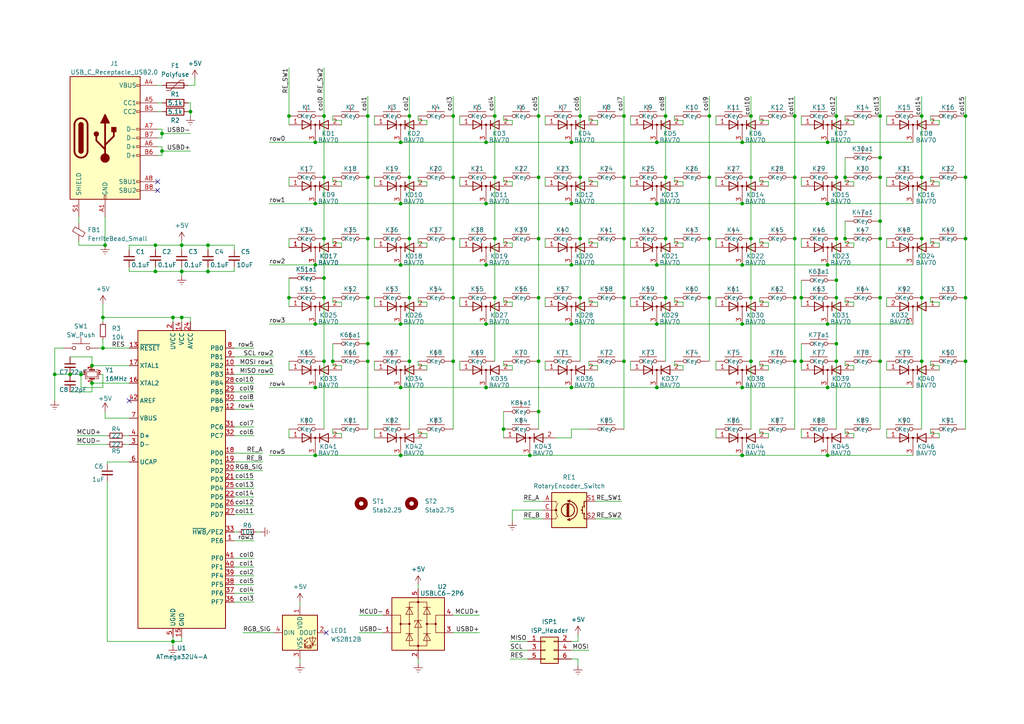
<source format=kicad_sch>
(kicad_sch (version 20210621) (generator eeschema)
  (paper "A4")
  (junction (at 15.875 108.585))
  (junction (at 20.32 108.585) (diameter 0.9144))
  (junction (at 23.495 108.585) (diameter 0.9144))
  (junction (at 26.67 106.045) (diameter 0.9144))
  (junction (at 26.67 111.125) (diameter 0.9144))
  (junction (at 29.845 92.075) (diameter 0.9144))
  (junction (at 29.845 100.965) (diameter 0.9144))
  (junction (at 30.48 71.12) (diameter 0.9144))
  (junction (at 45.085 71.12) (diameter 0.9144))
  (junction (at 45.085 78.74) (diameter 0.9144))
  (junction (at 46.99 38.735) (diameter 0.9144))
  (junction (at 46.99 43.815) (diameter 0.9144))
  (junction (at 50.165 92.075) (diameter 0.9144))
  (junction (at 50.165 186.055) (diameter 0.9144))
  (junction (at 52.705 71.12) (diameter 0.9144))
  (junction (at 52.705 78.74) (diameter 0.9144))
  (junction (at 52.705 92.075) (diameter 0.9144))
  (junction (at 55.245 32.385) (diameter 0.9144))
  (junction (at 60.325 71.12) (diameter 0.9144))
  (junction (at 60.325 78.74) (diameter 0.9144))
  (junction (at 83.82 33.655) (diameter 0.9144))
  (junction (at 83.82 86.36) (diameter 0.9144))
  (junction (at 91.44 41.275) (diameter 0.9144))
  (junction (at 91.44 59.055) (diameter 0.9144))
  (junction (at 91.44 76.835) (diameter 0.9144))
  (junction (at 91.44 93.98) (diameter 0.9144))
  (junction (at 91.44 112.395) (diameter 0.9144))
  (junction (at 91.44 132.08) (diameter 0.9144))
  (junction (at 93.98 33.655) (diameter 0.9144))
  (junction (at 93.98 51.435) (diameter 0.9144))
  (junction (at 93.98 69.215) (diameter 0.9144))
  (junction (at 93.98 80.645) (diameter 0.9144))
  (junction (at 93.98 86.36) (diameter 0.9144))
  (junction (at 93.98 104.775) (diameter 0.9144))
  (junction (at 96.52 104.775) (diameter 0.9144))
  (junction (at 106.68 33.655) (diameter 0.9144))
  (junction (at 106.68 51.435) (diameter 0.9144))
  (junction (at 106.68 69.215) (diameter 0.9144))
  (junction (at 106.68 86.36) (diameter 0.9144))
  (junction (at 106.68 99.695) (diameter 0.9144))
  (junction (at 106.68 104.775) (diameter 0.9144))
  (junction (at 116.205 41.275) (diameter 0.9144))
  (junction (at 116.205 59.055) (diameter 0.9144))
  (junction (at 116.205 76.835) (diameter 0.9144))
  (junction (at 116.205 93.98) (diameter 0.9144))
  (junction (at 116.205 112.395) (diameter 0.9144))
  (junction (at 116.205 132.08) (diameter 0.9144))
  (junction (at 118.745 33.655) (diameter 0.9144))
  (junction (at 118.745 51.435) (diameter 0.9144))
  (junction (at 118.745 69.215) (diameter 0.9144))
  (junction (at 118.745 86.36) (diameter 0.9144))
  (junction (at 118.745 104.775) (diameter 0.9144))
  (junction (at 131.445 33.655) (diameter 0.9144))
  (junction (at 131.445 51.435) (diameter 0.9144))
  (junction (at 131.445 69.215) (diameter 0.9144))
  (junction (at 131.445 86.36) (diameter 0.9144))
  (junction (at 131.445 104.775) (diameter 0.9144))
  (junction (at 140.97 41.275) (diameter 0.9144))
  (junction (at 140.97 59.055) (diameter 0.9144))
  (junction (at 140.97 76.835) (diameter 0.9144))
  (junction (at 140.97 93.98) (diameter 0.9144))
  (junction (at 140.97 112.395) (diameter 0.9144))
  (junction (at 143.51 33.655) (diameter 0.9144))
  (junction (at 143.51 51.435) (diameter 0.9144))
  (junction (at 143.51 69.215) (diameter 0.9144))
  (junction (at 143.51 86.36) (diameter 0.9144))
  (junction (at 146.05 124.46) (diameter 0.9144))
  (junction (at 153.67 132.08) (diameter 0.9144))
  (junction (at 156.21 33.655) (diameter 0.9144))
  (junction (at 156.21 51.435) (diameter 0.9144))
  (junction (at 156.21 69.215) (diameter 0.9144))
  (junction (at 156.21 86.36) (diameter 0.9144))
  (junction (at 156.21 104.775) (diameter 0.9144))
  (junction (at 156.21 119.38) (diameter 0.9144))
  (junction (at 165.735 41.275) (diameter 0.9144))
  (junction (at 165.735 59.055) (diameter 0.9144))
  (junction (at 165.735 76.835) (diameter 0.9144))
  (junction (at 165.735 93.98) (diameter 0.9144))
  (junction (at 165.735 112.395) (diameter 0.9144))
  (junction (at 168.275 33.655) (diameter 0.9144))
  (junction (at 168.275 51.435) (diameter 0.9144))
  (junction (at 168.275 69.215) (diameter 0.9144))
  (junction (at 168.275 86.36) (diameter 0.9144))
  (junction (at 180.975 33.655) (diameter 0.9144))
  (junction (at 180.975 51.435) (diameter 0.9144))
  (junction (at 180.975 69.215) (diameter 0.9144))
  (junction (at 180.975 86.36) (diameter 0.9144))
  (junction (at 180.975 104.775) (diameter 0.9144))
  (junction (at 190.5 41.275) (diameter 0.9144))
  (junction (at 190.5 59.055) (diameter 0.9144))
  (junction (at 190.5 76.835) (diameter 0.9144))
  (junction (at 190.5 93.98) (diameter 0.9144))
  (junction (at 190.5 112.395) (diameter 0.9144))
  (junction (at 193.04 33.655) (diameter 0.9144))
  (junction (at 193.04 51.435) (diameter 0.9144))
  (junction (at 193.04 69.215) (diameter 0.9144))
  (junction (at 193.04 86.36) (diameter 0.9144))
  (junction (at 205.74 33.655) (diameter 0.9144))
  (junction (at 205.74 51.435) (diameter 0.9144))
  (junction (at 205.74 69.215) (diameter 0.9144))
  (junction (at 205.74 86.36) (diameter 0.9144))
  (junction (at 215.265 41.275) (diameter 0.9144))
  (junction (at 215.265 59.055) (diameter 0.9144))
  (junction (at 215.265 76.835) (diameter 0.9144))
  (junction (at 215.265 93.98) (diameter 0.9144))
  (junction (at 215.265 112.395) (diameter 0.9144))
  (junction (at 215.265 132.08) (diameter 0.9144))
  (junction (at 217.805 33.655) (diameter 0.9144))
  (junction (at 217.805 51.435) (diameter 0.9144))
  (junction (at 217.805 69.215) (diameter 0.9144))
  (junction (at 217.805 86.36) (diameter 0.9144))
  (junction (at 217.805 104.775) (diameter 0.9144))
  (junction (at 230.505 33.655) (diameter 0.9144))
  (junction (at 230.505 51.435) (diameter 0.9144))
  (junction (at 230.505 69.215) (diameter 0.9144))
  (junction (at 230.505 86.36) (diameter 0.9144))
  (junction (at 230.505 104.775) (diameter 0.9144))
  (junction (at 232.41 86.36) (diameter 0.9144))
  (junction (at 232.41 104.775) (diameter 0.9144))
  (junction (at 240.03 41.275) (diameter 0.9144))
  (junction (at 240.03 59.055) (diameter 0.9144))
  (junction (at 240.03 76.835) (diameter 0.9144))
  (junction (at 240.03 93.98) (diameter 0.9144))
  (junction (at 240.03 112.395) (diameter 0.9144))
  (junction (at 240.03 132.08) (diameter 0.9144))
  (junction (at 242.57 33.655) (diameter 0.9144))
  (junction (at 242.57 51.435) (diameter 0.9144))
  (junction (at 242.57 69.215) (diameter 0.9144))
  (junction (at 242.57 81.28) (diameter 0.9144))
  (junction (at 242.57 86.36) (diameter 0.9144))
  (junction (at 242.57 99.695) (diameter 0.9144))
  (junction (at 242.57 104.775) (diameter 0.9144))
  (junction (at 245.11 51.435) (diameter 0.9144))
  (junction (at 245.11 69.215) (diameter 0.9144))
  (junction (at 255.27 33.655) (diameter 0.9144))
  (junction (at 255.27 45.72) (diameter 0.9144))
  (junction (at 255.27 51.435) (diameter 0.9144))
  (junction (at 255.27 64.135) (diameter 0.9144))
  (junction (at 255.27 69.215) (diameter 0.9144))
  (junction (at 255.27 86.36) (diameter 0.9144))
  (junction (at 255.27 104.775) (diameter 0.9144))
  (junction (at 267.335 33.655) (diameter 0.9144))
  (junction (at 267.335 51.435) (diameter 0.9144))
  (junction (at 267.335 69.215) (diameter 0.9144))
  (junction (at 267.335 86.36) (diameter 0.9144))
  (junction (at 267.335 104.775) (diameter 0.9144))
  (junction (at 280.035 33.655) (diameter 0.9144))
  (junction (at 280.035 51.435) (diameter 0.9144))
  (junction (at 280.035 69.215) (diameter 0.9144))
  (junction (at 280.035 86.36) (diameter 0.9144))
  (junction (at 280.035 104.775) (diameter 0.9144))
  (no_connect (at 37.465 116.205))
  (no_connect (at 45.72 52.705))
  (no_connect (at 45.72 55.245))
  (no_connect (at 94.615 183.515))
  (wire (pts (xy 15.875 100.965) (xy 15.875 108.585)))
  (wire (pts (xy 15.875 108.585) (xy 15.875 116.205)))
  (wire (pts (xy 15.875 108.585) (xy 20.32 108.585)))
  (wire (pts (xy 18.415 100.965) (xy 15.875 100.965)))
  (wire (pts (xy 20.32 103.505) (xy 26.67 103.505)))
  (wire (pts (xy 20.32 108.585) (xy 23.495 108.585)))
  (wire (pts (xy 20.32 113.665) (xy 26.67 113.665)))
  (wire (pts (xy 22.225 126.365) (xy 31.115 126.365)))
  (wire (pts (xy 22.225 128.905) (xy 31.115 128.905)))
  (wire (pts (xy 22.86 62.865) (xy 22.86 64.77)))
  (wire (pts (xy 22.86 69.85) (xy 22.86 71.12)))
  (wire (pts (xy 22.86 71.12) (xy 30.48 71.12)))
  (wire (pts (xy 23.495 108.585) (xy 23.495 112.395)))
  (wire (pts (xy 23.495 108.585) (xy 24.13 108.585)))
  (wire (pts (xy 23.495 112.395) (xy 29.845 112.395)))
  (wire (pts (xy 26.67 103.505) (xy 26.67 106.045)))
  (wire (pts (xy 26.67 106.045) (xy 37.465 106.045)))
  (wire (pts (xy 26.67 111.125) (xy 37.465 111.125)))
  (wire (pts (xy 26.67 113.665) (xy 26.67 111.125)))
  (wire (pts (xy 28.575 100.965) (xy 29.845 100.965)))
  (wire (pts (xy 29.845 88.265) (xy 29.845 92.075)))
  (wire (pts (xy 29.845 92.075) (xy 29.845 93.345)))
  (wire (pts (xy 29.845 92.075) (xy 50.165 92.075)))
  (wire (pts (xy 29.845 98.425) (xy 29.845 100.965)))
  (wire (pts (xy 29.845 100.965) (xy 37.465 100.965)))
  (wire (pts (xy 29.845 108.585) (xy 29.21 108.585)))
  (wire (pts (xy 29.845 112.395) (xy 29.845 108.585)))
  (wire (pts (xy 30.48 62.865) (xy 30.48 71.12)))
  (wire (pts (xy 30.48 119.38) (xy 30.48 121.285)))
  (wire (pts (xy 30.48 121.285) (xy 37.465 121.285)))
  (wire (pts (xy 31.115 133.985) (xy 37.465 133.985)))
  (wire (pts (xy 31.115 134.62) (xy 31.115 133.985)))
  (wire (pts (xy 31.115 139.7) (xy 31.115 186.055)))
  (wire (pts (xy 31.115 186.055) (xy 50.165 186.055)))
  (wire (pts (xy 36.195 126.365) (xy 37.465 126.365)))
  (wire (pts (xy 36.195 128.905) (xy 37.465 128.905)))
  (wire (pts (xy 37.465 71.12) (xy 37.465 72.39)))
  (wire (pts (xy 37.465 77.47) (xy 37.465 78.74)))
  (wire (pts (xy 37.465 78.74) (xy 45.085 78.74)))
  (wire (pts (xy 45.085 71.12) (xy 37.465 71.12)))
  (wire (pts (xy 45.085 71.12) (xy 52.705 71.12)))
  (wire (pts (xy 45.085 72.39) (xy 45.085 71.12)))
  (wire (pts (xy 45.085 78.74) (xy 45.085 77.47)))
  (wire (pts (xy 45.72 24.765) (xy 46.99 24.765)))
  (wire (pts (xy 45.72 29.845) (xy 46.99 29.845)))
  (wire (pts (xy 45.72 32.385) (xy 46.99 32.385)))
  (wire (pts (xy 45.72 37.465) (xy 46.99 37.465)))
  (wire (pts (xy 45.72 40.005) (xy 46.99 40.005)))
  (wire (pts (xy 45.72 42.545) (xy 46.99 42.545)))
  (wire (pts (xy 45.72 45.085) (xy 46.99 45.085)))
  (wire (pts (xy 46.99 38.735) (xy 46.99 37.465)))
  (wire (pts (xy 46.99 40.005) (xy 46.99 38.735)))
  (wire (pts (xy 46.99 42.545) (xy 46.99 43.815)))
  (wire (pts (xy 46.99 43.815) (xy 55.245 43.815)))
  (wire (pts (xy 46.99 45.085) (xy 46.99 43.815)))
  (wire (pts (xy 50.165 92.075) (xy 50.165 93.345)))
  (wire (pts (xy 50.165 92.075) (xy 52.705 92.075)))
  (wire (pts (xy 50.165 186.055) (xy 50.165 184.785)))
  (wire (pts (xy 50.165 186.055) (xy 50.165 187.325)))
  (wire (pts (xy 52.705 69.85) (xy 52.705 71.12)))
  (wire (pts (xy 52.705 71.12) (xy 52.705 72.39)))
  (wire (pts (xy 52.705 71.12) (xy 60.325 71.12)))
  (wire (pts (xy 52.705 77.47) (xy 52.705 78.74)))
  (wire (pts (xy 52.705 78.74) (xy 45.085 78.74)))
  (wire (pts (xy 52.705 78.74) (xy 52.705 80.01)))
  (wire (pts (xy 52.705 92.075) (xy 52.705 93.345)))
  (wire (pts (xy 52.705 92.075) (xy 55.245 92.075)))
  (wire (pts (xy 52.705 184.785) (xy 52.705 186.055)))
  (wire (pts (xy 52.705 186.055) (xy 50.165 186.055)))
  (wire (pts (xy 54.61 24.765) (xy 56.515 24.765)))
  (wire (pts (xy 54.61 29.845) (xy 55.245 29.845)))
  (wire (pts (xy 54.61 32.385) (xy 55.245 32.385)))
  (wire (pts (xy 55.245 29.845) (xy 55.245 32.385)))
  (wire (pts (xy 55.245 32.385) (xy 55.245 33.655)))
  (wire (pts (xy 55.245 38.735) (xy 46.99 38.735)))
  (wire (pts (xy 55.245 92.075) (xy 55.245 93.345)))
  (wire (pts (xy 56.515 22.86) (xy 56.515 24.765)))
  (wire (pts (xy 60.325 71.12) (xy 60.325 72.39)))
  (wire (pts (xy 60.325 71.12) (xy 67.945 71.12)))
  (wire (pts (xy 60.325 77.47) (xy 60.325 78.74)))
  (wire (pts (xy 60.325 78.74) (xy 52.705 78.74)))
  (wire (pts (xy 67.945 71.12) (xy 67.945 72.39)))
  (wire (pts (xy 67.945 77.47) (xy 67.945 78.74)))
  (wire (pts (xy 67.945 78.74) (xy 60.325 78.74)))
  (wire (pts (xy 67.945 100.965) (xy 73.66 100.965)))
  (wire (pts (xy 67.945 103.505) (xy 79.375 103.505)))
  (wire (pts (xy 67.945 106.045) (xy 79.375 106.045)))
  (wire (pts (xy 67.945 108.585) (xy 79.375 108.585)))
  (wire (pts (xy 67.945 111.125) (xy 73.66 111.125)))
  (wire (pts (xy 67.945 113.665) (xy 73.66 113.665)))
  (wire (pts (xy 67.945 116.205) (xy 73.66 116.205)))
  (wire (pts (xy 67.945 118.745) (xy 73.66 118.745)))
  (wire (pts (xy 67.945 123.825) (xy 73.66 123.825)))
  (wire (pts (xy 67.945 126.365) (xy 73.66 126.365)))
  (wire (pts (xy 67.945 131.445) (xy 76.2 131.445)))
  (wire (pts (xy 67.945 133.985) (xy 76.2 133.985)))
  (wire (pts (xy 67.945 136.525) (xy 76.2 136.525)))
  (wire (pts (xy 67.945 139.065) (xy 73.66 139.065)))
  (wire (pts (xy 67.945 141.605) (xy 73.66 141.605)))
  (wire (pts (xy 67.945 144.145) (xy 73.66 144.145)))
  (wire (pts (xy 67.945 146.685) (xy 73.66 146.685)))
  (wire (pts (xy 67.945 149.225) (xy 73.66 149.225)))
  (wire (pts (xy 67.945 154.305) (xy 69.215 154.305)))
  (wire (pts (xy 67.945 156.845) (xy 73.66 156.845)))
  (wire (pts (xy 67.945 161.925) (xy 73.66 161.925)))
  (wire (pts (xy 67.945 164.465) (xy 73.66 164.465)))
  (wire (pts (xy 67.945 167.005) (xy 73.66 167.005)))
  (wire (pts (xy 67.945 169.545) (xy 73.66 169.545)))
  (wire (pts (xy 67.945 172.085) (xy 73.66 172.085)))
  (wire (pts (xy 67.945 174.625) (xy 73.66 174.625)))
  (wire (pts (xy 70.485 183.515) (xy 79.375 183.515)))
  (wire (pts (xy 74.295 154.305) (xy 75.565 154.305)))
  (wire (pts (xy 78.105 41.275) (xy 91.44 41.275)))
  (wire (pts (xy 78.105 59.055) (xy 91.44 59.055)))
  (wire (pts (xy 78.105 76.835) (xy 91.44 76.835)))
  (wire (pts (xy 78.105 93.98) (xy 91.44 93.98)))
  (wire (pts (xy 78.105 112.395) (xy 91.44 112.395)))
  (wire (pts (xy 78.105 132.08) (xy 91.44 132.08)))
  (wire (pts (xy 83.82 19.685) (xy 83.82 33.655)))
  (wire (pts (xy 83.82 33.655) (xy 83.82 36.195)))
  (wire (pts (xy 83.82 51.435) (xy 83.82 53.975)))
  (wire (pts (xy 83.82 69.215) (xy 83.82 71.755)))
  (wire (pts (xy 83.82 80.645) (xy 83.82 86.36)))
  (wire (pts (xy 83.82 86.36) (xy 83.82 88.9)))
  (wire (pts (xy 83.82 104.775) (xy 83.82 107.315)))
  (wire (pts (xy 83.82 124.46) (xy 83.82 127)))
  (wire (pts (xy 86.995 174.625) (xy 86.995 175.895)))
  (wire (pts (xy 86.995 191.135) (xy 86.995 192.405)))
  (wire (pts (xy 91.44 41.275) (xy 116.205 41.275)))
  (wire (pts (xy 91.44 59.055) (xy 116.205 59.055)))
  (wire (pts (xy 91.44 76.835) (xy 116.205 76.835)))
  (wire (pts (xy 91.44 93.98) (xy 116.205 93.98)))
  (wire (pts (xy 91.44 112.395) (xy 116.205 112.395)))
  (wire (pts (xy 91.44 132.08) (xy 116.205 132.08)))
  (wire (pts (xy 93.98 19.685) (xy 93.98 33.655)))
  (wire (pts (xy 93.98 33.655) (xy 93.98 51.435)))
  (wire (pts (xy 93.98 51.435) (xy 93.98 69.215)))
  (wire (pts (xy 93.98 69.215) (xy 93.98 80.645)))
  (wire (pts (xy 93.98 80.645) (xy 93.98 86.36)))
  (wire (pts (xy 93.98 86.36) (xy 93.98 104.775)))
  (wire (pts (xy 93.98 104.775) (xy 93.98 124.46)))
  (wire (pts (xy 96.52 34.925) (xy 96.52 33.655)))
  (wire (pts (xy 96.52 52.705) (xy 96.52 51.435)))
  (wire (pts (xy 96.52 70.485) (xy 96.52 69.215)))
  (wire (pts (xy 96.52 87.63) (xy 96.52 86.36)))
  (wire (pts (xy 96.52 99.695) (xy 96.52 104.775)))
  (wire (pts (xy 96.52 106.045) (xy 96.52 104.775)))
  (wire (pts (xy 96.52 125.73) (xy 96.52 124.46)))
  (wire (pts (xy 99.06 34.925) (xy 96.52 34.925)))
  (wire (pts (xy 99.06 36.195) (xy 99.06 34.925)))
  (wire (pts (xy 99.06 52.705) (xy 96.52 52.705)))
  (wire (pts (xy 99.06 53.975) (xy 99.06 52.705)))
  (wire (pts (xy 99.06 70.485) (xy 96.52 70.485)))
  (wire (pts (xy 99.06 71.755) (xy 99.06 70.485)))
  (wire (pts (xy 99.06 87.63) (xy 96.52 87.63)))
  (wire (pts (xy 99.06 88.9) (xy 99.06 87.63)))
  (wire (pts (xy 99.06 106.045) (xy 96.52 106.045)))
  (wire (pts (xy 99.06 107.315) (xy 99.06 106.045)))
  (wire (pts (xy 99.06 125.73) (xy 96.52 125.73)))
  (wire (pts (xy 99.06 127) (xy 99.06 125.73)))
  (wire (pts (xy 104.14 178.435) (xy 111.125 178.435)))
  (wire (pts (xy 104.14 183.515) (xy 111.125 183.515)))
  (wire (pts (xy 106.68 27.94) (xy 106.68 33.655)))
  (wire (pts (xy 106.68 33.655) (xy 106.68 51.435)))
  (wire (pts (xy 106.68 51.435) (xy 106.68 69.215)))
  (wire (pts (xy 106.68 69.215) (xy 106.68 86.36)))
  (wire (pts (xy 106.68 86.36) (xy 106.68 99.695)))
  (wire (pts (xy 106.68 99.695) (xy 106.68 104.775)))
  (wire (pts (xy 106.68 104.775) (xy 106.68 124.46)))
  (wire (pts (xy 108.585 33.655) (xy 108.585 36.195)))
  (wire (pts (xy 108.585 51.435) (xy 108.585 53.975)))
  (wire (pts (xy 108.585 69.215) (xy 108.585 71.755)))
  (wire (pts (xy 108.585 86.36) (xy 108.585 88.9)))
  (wire (pts (xy 108.585 104.775) (xy 108.585 107.315)))
  (wire (pts (xy 108.585 124.46) (xy 108.585 127)))
  (wire (pts (xy 116.205 41.275) (xy 140.97 41.275)))
  (wire (pts (xy 116.205 59.055) (xy 140.97 59.055)))
  (wire (pts (xy 116.205 76.835) (xy 140.97 76.835)))
  (wire (pts (xy 116.205 93.98) (xy 140.97 93.98)))
  (wire (pts (xy 116.205 112.395) (xy 140.97 112.395)))
  (wire (pts (xy 116.205 132.08) (xy 153.67 132.08)))
  (wire (pts (xy 118.745 27.94) (xy 118.745 33.655)))
  (wire (pts (xy 118.745 33.655) (xy 118.745 51.435)))
  (wire (pts (xy 118.745 51.435) (xy 118.745 69.215)))
  (wire (pts (xy 118.745 69.215) (xy 118.745 86.36)))
  (wire (pts (xy 118.745 86.36) (xy 118.745 104.775)))
  (wire (pts (xy 118.745 104.775) (xy 118.745 124.46)))
  (wire (pts (xy 121.285 34.925) (xy 121.285 33.655)))
  (wire (pts (xy 121.285 52.705) (xy 121.285 51.435)))
  (wire (pts (xy 121.285 70.485) (xy 121.285 69.215)))
  (wire (pts (xy 121.285 87.63) (xy 121.285 86.36)))
  (wire (pts (xy 121.285 106.045) (xy 121.285 104.775)))
  (wire (pts (xy 121.285 125.73) (xy 121.285 124.46)))
  (wire (pts (xy 121.285 169.545) (xy 121.285 170.815)))
  (wire (pts (xy 121.285 191.135) (xy 121.285 192.405)))
  (wire (pts (xy 123.825 34.925) (xy 121.285 34.925)))
  (wire (pts (xy 123.825 36.195) (xy 123.825 34.925)))
  (wire (pts (xy 123.825 52.705) (xy 121.285 52.705)))
  (wire (pts (xy 123.825 53.975) (xy 123.825 52.705)))
  (wire (pts (xy 123.825 70.485) (xy 121.285 70.485)))
  (wire (pts (xy 123.825 71.755) (xy 123.825 70.485)))
  (wire (pts (xy 123.825 87.63) (xy 121.285 87.63)))
  (wire (pts (xy 123.825 88.9) (xy 123.825 87.63)))
  (wire (pts (xy 123.825 106.045) (xy 121.285 106.045)))
  (wire (pts (xy 123.825 107.315) (xy 123.825 106.045)))
  (wire (pts (xy 123.825 125.73) (xy 121.285 125.73)))
  (wire (pts (xy 123.825 127) (xy 123.825 125.73)))
  (wire (pts (xy 131.445 27.94) (xy 131.445 33.655)))
  (wire (pts (xy 131.445 33.655) (xy 131.445 51.435)))
  (wire (pts (xy 131.445 51.435) (xy 131.445 69.215)))
  (wire (pts (xy 131.445 69.215) (xy 131.445 86.36)))
  (wire (pts (xy 131.445 86.36) (xy 131.445 104.775)))
  (wire (pts (xy 131.445 104.775) (xy 131.445 124.46)))
  (wire (pts (xy 131.445 178.435) (xy 139.065 178.435)))
  (wire (pts (xy 131.445 183.515) (xy 139.065 183.515)))
  (wire (pts (xy 133.35 33.655) (xy 133.35 36.195)))
  (wire (pts (xy 133.35 51.435) (xy 133.35 53.975)))
  (wire (pts (xy 133.35 69.215) (xy 133.35 71.755)))
  (wire (pts (xy 133.35 86.36) (xy 133.35 88.9)))
  (wire (pts (xy 133.35 104.775) (xy 133.35 107.315)))
  (wire (pts (xy 140.97 41.275) (xy 165.735 41.275)))
  (wire (pts (xy 140.97 59.055) (xy 165.735 59.055)))
  (wire (pts (xy 140.97 76.835) (xy 165.735 76.835)))
  (wire (pts (xy 140.97 93.98) (xy 165.735 93.98)))
  (wire (pts (xy 140.97 112.395) (xy 165.735 112.395)))
  (wire (pts (xy 143.51 27.94) (xy 143.51 33.655)))
  (wire (pts (xy 143.51 33.655) (xy 143.51 51.435)))
  (wire (pts (xy 143.51 51.435) (xy 143.51 69.215)))
  (wire (pts (xy 143.51 69.215) (xy 143.51 86.36)))
  (wire (pts (xy 143.51 86.36) (xy 143.51 104.775)))
  (wire (pts (xy 146.05 34.925) (xy 146.05 33.655)))
  (wire (pts (xy 146.05 52.705) (xy 146.05 51.435)))
  (wire (pts (xy 146.05 70.485) (xy 146.05 69.215)))
  (wire (pts (xy 146.05 87.63) (xy 146.05 86.36)))
  (wire (pts (xy 146.05 106.045) (xy 146.05 104.775)))
  (wire (pts (xy 146.05 119.38) (xy 146.05 124.46)))
  (wire (pts (xy 146.05 124.46) (xy 146.05 127)))
  (wire (pts (xy 147.955 186.055) (xy 153.035 186.055)))
  (wire (pts (xy 147.955 188.595) (xy 153.035 188.595)))
  (wire (pts (xy 147.955 191.135) (xy 153.035 191.135)))
  (wire (pts (xy 148.59 34.925) (xy 146.05 34.925)))
  (wire (pts (xy 148.59 36.195) (xy 148.59 34.925)))
  (wire (pts (xy 148.59 52.705) (xy 146.05 52.705)))
  (wire (pts (xy 148.59 53.975) (xy 148.59 52.705)))
  (wire (pts (xy 148.59 70.485) (xy 146.05 70.485)))
  (wire (pts (xy 148.59 71.755) (xy 148.59 70.485)))
  (wire (pts (xy 148.59 87.63) (xy 146.05 87.63)))
  (wire (pts (xy 148.59 88.9) (xy 148.59 87.63)))
  (wire (pts (xy 148.59 106.045) (xy 146.05 106.045)))
  (wire (pts (xy 148.59 107.315) (xy 148.59 106.045)))
  (wire (pts (xy 148.59 147.955) (xy 148.59 151.13)))
  (wire (pts (xy 151.765 145.415) (xy 157.48 145.415)))
  (wire (pts (xy 151.765 150.495) (xy 157.48 150.495)))
  (wire (pts (xy 153.67 132.08) (xy 215.265 132.08)))
  (wire (pts (xy 156.21 27.94) (xy 156.21 33.655)))
  (wire (pts (xy 156.21 33.655) (xy 156.21 51.435)))
  (wire (pts (xy 156.21 51.435) (xy 156.21 69.215)))
  (wire (pts (xy 156.21 69.215) (xy 156.21 86.36)))
  (wire (pts (xy 156.21 86.36) (xy 156.21 104.775)))
  (wire (pts (xy 156.21 104.775) (xy 156.21 119.38)))
  (wire (pts (xy 156.21 119.38) (xy 156.21 124.46)))
  (wire (pts (xy 157.48 147.955) (xy 148.59 147.955)))
  (wire (pts (xy 158.115 33.655) (xy 158.115 36.195)))
  (wire (pts (xy 158.115 51.435) (xy 158.115 53.975)))
  (wire (pts (xy 158.115 69.215) (xy 158.115 71.755)))
  (wire (pts (xy 158.115 86.36) (xy 158.115 88.9)))
  (wire (pts (xy 158.115 104.775) (xy 158.115 107.315)))
  (wire (pts (xy 161.29 127) (xy 165.735 127)))
  (wire (pts (xy 165.735 41.275) (xy 190.5 41.275)))
  (wire (pts (xy 165.735 59.055) (xy 190.5 59.055)))
  (wire (pts (xy 165.735 76.835) (xy 190.5 76.835)))
  (wire (pts (xy 165.735 93.98) (xy 190.5 93.98)))
  (wire (pts (xy 165.735 112.395) (xy 190.5 112.395)))
  (wire (pts (xy 165.735 124.46) (xy 170.815 124.46)))
  (wire (pts (xy 165.735 127) (xy 165.735 124.46)))
  (wire (pts (xy 165.735 186.055) (xy 167.64 186.055)))
  (wire (pts (xy 165.735 188.595) (xy 170.815 188.595)))
  (wire (pts (xy 165.735 191.135) (xy 167.64 191.135)))
  (wire (pts (xy 167.64 186.055) (xy 167.64 184.15)))
  (wire (pts (xy 167.64 191.135) (xy 167.64 193.04)))
  (wire (pts (xy 168.275 27.94) (xy 168.275 33.655)))
  (wire (pts (xy 168.275 33.655) (xy 168.275 51.435)))
  (wire (pts (xy 168.275 51.435) (xy 168.275 69.215)))
  (wire (pts (xy 168.275 69.215) (xy 168.275 86.36)))
  (wire (pts (xy 168.275 86.36) (xy 168.275 104.775)))
  (wire (pts (xy 170.815 34.925) (xy 170.815 33.655)))
  (wire (pts (xy 170.815 52.705) (xy 170.815 51.435)))
  (wire (pts (xy 170.815 70.485) (xy 170.815 69.215)))
  (wire (pts (xy 170.815 87.63) (xy 170.815 86.36)))
  (wire (pts (xy 170.815 106.045) (xy 170.815 104.775)))
  (wire (pts (xy 172.72 145.415) (xy 180.34 145.415)))
  (wire (pts (xy 172.72 150.495) (xy 180.34 150.495)))
  (wire (pts (xy 173.355 34.925) (xy 170.815 34.925)))
  (wire (pts (xy 173.355 36.195) (xy 173.355 34.925)))
  (wire (pts (xy 173.355 52.705) (xy 170.815 52.705)))
  (wire (pts (xy 173.355 53.975) (xy 173.355 52.705)))
  (wire (pts (xy 173.355 70.485) (xy 170.815 70.485)))
  (wire (pts (xy 173.355 71.755) (xy 173.355 70.485)))
  (wire (pts (xy 173.355 87.63) (xy 170.815 87.63)))
  (wire (pts (xy 173.355 88.9) (xy 173.355 87.63)))
  (wire (pts (xy 173.355 106.045) (xy 170.815 106.045)))
  (wire (pts (xy 173.355 107.315) (xy 173.355 106.045)))
  (wire (pts (xy 180.975 27.94) (xy 180.975 33.655)))
  (wire (pts (xy 180.975 33.655) (xy 180.975 51.435)))
  (wire (pts (xy 180.975 51.435) (xy 180.975 69.215)))
  (wire (pts (xy 180.975 69.215) (xy 180.975 86.36)))
  (wire (pts (xy 180.975 86.36) (xy 180.975 104.775)))
  (wire (pts (xy 180.975 104.775) (xy 180.975 124.46)))
  (wire (pts (xy 182.88 33.655) (xy 182.88 36.195)))
  (wire (pts (xy 182.88 51.435) (xy 182.88 53.975)))
  (wire (pts (xy 182.88 69.215) (xy 182.88 71.755)))
  (wire (pts (xy 182.88 86.36) (xy 182.88 88.9)))
  (wire (pts (xy 182.88 104.775) (xy 182.88 107.315)))
  (wire (pts (xy 190.5 41.275) (xy 215.265 41.275)))
  (wire (pts (xy 190.5 59.055) (xy 215.265 59.055)))
  (wire (pts (xy 190.5 76.835) (xy 215.265 76.835)))
  (wire (pts (xy 190.5 93.98) (xy 215.265 93.98)))
  (wire (pts (xy 190.5 112.395) (xy 215.265 112.395)))
  (wire (pts (xy 193.04 27.94) (xy 193.04 33.655)))
  (wire (pts (xy 193.04 33.655) (xy 193.04 51.435)))
  (wire (pts (xy 193.04 51.435) (xy 193.04 69.215)))
  (wire (pts (xy 193.04 69.215) (xy 193.04 86.36)))
  (wire (pts (xy 193.04 86.36) (xy 193.04 104.775)))
  (wire (pts (xy 195.58 34.925) (xy 195.58 33.655)))
  (wire (pts (xy 195.58 52.705) (xy 195.58 51.435)))
  (wire (pts (xy 195.58 70.485) (xy 195.58 69.215)))
  (wire (pts (xy 195.58 87.63) (xy 195.58 86.36)))
  (wire (pts (xy 195.58 106.045) (xy 195.58 104.775)))
  (wire (pts (xy 198.12 34.925) (xy 195.58 34.925)))
  (wire (pts (xy 198.12 36.195) (xy 198.12 34.925)))
  (wire (pts (xy 198.12 52.705) (xy 195.58 52.705)))
  (wire (pts (xy 198.12 53.975) (xy 198.12 52.705)))
  (wire (pts (xy 198.12 70.485) (xy 195.58 70.485)))
  (wire (pts (xy 198.12 71.755) (xy 198.12 70.485)))
  (wire (pts (xy 198.12 87.63) (xy 195.58 87.63)))
  (wire (pts (xy 198.12 88.9) (xy 198.12 87.63)))
  (wire (pts (xy 198.12 106.045) (xy 195.58 106.045)))
  (wire (pts (xy 198.12 107.315) (xy 198.12 106.045)))
  (wire (pts (xy 205.74 27.94) (xy 205.74 33.655)))
  (wire (pts (xy 205.74 33.655) (xy 205.74 51.435)))
  (wire (pts (xy 205.74 51.435) (xy 205.74 69.215)))
  (wire (pts (xy 205.74 69.215) (xy 205.74 86.36)))
  (wire (pts (xy 205.74 86.36) (xy 205.74 104.775)))
  (wire (pts (xy 207.645 33.655) (xy 207.645 36.195)))
  (wire (pts (xy 207.645 51.435) (xy 207.645 53.975)))
  (wire (pts (xy 207.645 69.215) (xy 207.645 71.755)))
  (wire (pts (xy 207.645 86.36) (xy 207.645 88.9)))
  (wire (pts (xy 207.645 104.775) (xy 207.645 107.315)))
  (wire (pts (xy 207.645 124.46) (xy 207.645 127)))
  (wire (pts (xy 215.265 41.275) (xy 240.03 41.275)))
  (wire (pts (xy 215.265 59.055) (xy 240.03 59.055)))
  (wire (pts (xy 215.265 76.835) (xy 240.03 76.835)))
  (wire (pts (xy 215.265 93.98) (xy 240.03 93.98)))
  (wire (pts (xy 215.265 112.395) (xy 240.03 112.395)))
  (wire (pts (xy 215.265 132.08) (xy 240.03 132.08)))
  (wire (pts (xy 217.805 33.655) (xy 217.805 27.94)))
  (wire (pts (xy 217.805 33.655) (xy 217.805 51.435)))
  (wire (pts (xy 217.805 51.435) (xy 217.805 69.215)))
  (wire (pts (xy 217.805 69.215) (xy 217.805 86.36)))
  (wire (pts (xy 217.805 86.36) (xy 217.805 104.775)))
  (wire (pts (xy 217.805 104.775) (xy 217.805 124.46)))
  (wire (pts (xy 220.345 34.925) (xy 220.345 33.655)))
  (wire (pts (xy 220.345 52.705) (xy 220.345 51.435)))
  (wire (pts (xy 220.345 70.485) (xy 220.345 69.215)))
  (wire (pts (xy 220.345 87.63) (xy 220.345 86.36)))
  (wire (pts (xy 220.345 106.045) (xy 220.345 104.775)))
  (wire (pts (xy 220.345 125.73) (xy 220.345 124.46)))
  (wire (pts (xy 222.885 34.925) (xy 220.345 34.925)))
  (wire (pts (xy 222.885 36.195) (xy 222.885 34.925)))
  (wire (pts (xy 222.885 52.705) (xy 220.345 52.705)))
  (wire (pts (xy 222.885 53.975) (xy 222.885 52.705)))
  (wire (pts (xy 222.885 70.485) (xy 220.345 70.485)))
  (wire (pts (xy 222.885 71.755) (xy 222.885 70.485)))
  (wire (pts (xy 222.885 87.63) (xy 220.345 87.63)))
  (wire (pts (xy 222.885 88.9) (xy 222.885 87.63)))
  (wire (pts (xy 222.885 106.045) (xy 220.345 106.045)))
  (wire (pts (xy 222.885 107.315) (xy 222.885 106.045)))
  (wire (pts (xy 222.885 125.73) (xy 220.345 125.73)))
  (wire (pts (xy 222.885 127) (xy 222.885 125.73)))
  (wire (pts (xy 230.505 27.94) (xy 230.505 33.655)))
  (wire (pts (xy 230.505 33.655) (xy 230.505 51.435)))
  (wire (pts (xy 230.505 51.435) (xy 230.505 69.215)))
  (wire (pts (xy 230.505 69.215) (xy 230.505 86.36)))
  (wire (pts (xy 230.505 86.36) (xy 230.505 104.775)))
  (wire (pts (xy 230.505 104.775) (xy 230.505 124.46)))
  (wire (pts (xy 232.41 33.655) (xy 232.41 36.195)))
  (wire (pts (xy 232.41 51.435) (xy 232.41 53.975)))
  (wire (pts (xy 232.41 69.215) (xy 232.41 71.755)))
  (wire (pts (xy 232.41 81.28) (xy 232.41 86.36)))
  (wire (pts (xy 232.41 86.36) (xy 232.41 88.9)))
  (wire (pts (xy 232.41 99.695) (xy 232.41 104.775)))
  (wire (pts (xy 232.41 104.775) (xy 232.41 107.315)))
  (wire (pts (xy 232.41 124.46) (xy 232.41 127)))
  (wire (pts (xy 240.03 41.275) (xy 264.795 41.275)))
  (wire (pts (xy 240.03 59.055) (xy 264.795 59.055)))
  (wire (pts (xy 240.03 76.835) (xy 264.795 76.835)))
  (wire (pts (xy 240.03 93.98) (xy 264.795 93.98)))
  (wire (pts (xy 240.03 112.395) (xy 264.795 112.395)))
  (wire (pts (xy 240.03 132.08) (xy 264.795 132.08)))
  (wire (pts (xy 242.57 27.94) (xy 242.57 33.655)))
  (wire (pts (xy 242.57 33.655) (xy 242.57 51.435)))
  (wire (pts (xy 242.57 51.435) (xy 242.57 69.215)))
  (wire (pts (xy 242.57 69.215) (xy 242.57 81.28)))
  (wire (pts (xy 242.57 81.28) (xy 242.57 86.36)))
  (wire (pts (xy 242.57 86.36) (xy 242.57 99.695)))
  (wire (pts (xy 242.57 99.695) (xy 242.57 104.775)))
  (wire (pts (xy 242.57 104.775) (xy 242.57 124.46)))
  (wire (pts (xy 245.11 34.925) (xy 245.11 33.655)))
  (wire (pts (xy 245.11 45.72) (xy 245.11 51.435)))
  (wire (pts (xy 245.11 52.705) (xy 245.11 51.435)))
  (wire (pts (xy 245.11 64.135) (xy 245.11 69.215)))
  (wire (pts (xy 245.11 70.485) (xy 245.11 69.215)))
  (wire (pts (xy 245.11 87.63) (xy 245.11 86.36)))
  (wire (pts (xy 245.11 106.045) (xy 245.11 104.775)))
  (wire (pts (xy 245.11 125.73) (xy 245.11 124.46)))
  (wire (pts (xy 247.65 34.925) (xy 245.11 34.925)))
  (wire (pts (xy 247.65 36.195) (xy 247.65 34.925)))
  (wire (pts (xy 247.65 52.705) (xy 245.11 52.705)))
  (wire (pts (xy 247.65 53.975) (xy 247.65 52.705)))
  (wire (pts (xy 247.65 70.485) (xy 245.11 70.485)))
  (wire (pts (xy 247.65 71.755) (xy 247.65 70.485)))
  (wire (pts (xy 247.65 87.63) (xy 245.11 87.63)))
  (wire (pts (xy 247.65 88.9) (xy 247.65 87.63)))
  (wire (pts (xy 247.65 106.045) (xy 245.11 106.045)))
  (wire (pts (xy 247.65 107.315) (xy 247.65 106.045)))
  (wire (pts (xy 247.65 125.73) (xy 245.11 125.73)))
  (wire (pts (xy 247.65 127) (xy 247.65 125.73)))
  (wire (pts (xy 255.27 27.94) (xy 255.27 33.655)))
  (wire (pts (xy 255.27 33.655) (xy 255.27 45.72)))
  (wire (pts (xy 255.27 45.72) (xy 255.27 51.435)))
  (wire (pts (xy 255.27 51.435) (xy 255.27 64.135)))
  (wire (pts (xy 255.27 64.135) (xy 255.27 69.215)))
  (wire (pts (xy 255.27 69.215) (xy 255.27 86.36)))
  (wire (pts (xy 255.27 86.36) (xy 255.27 104.775)))
  (wire (pts (xy 255.27 104.775) (xy 255.27 124.46)))
  (wire (pts (xy 257.175 33.655) (xy 257.175 36.195)))
  (wire (pts (xy 257.175 51.435) (xy 257.175 53.975)))
  (wire (pts (xy 257.175 69.215) (xy 257.175 71.755)))
  (wire (pts (xy 257.175 86.36) (xy 257.175 88.9)))
  (wire (pts (xy 257.175 104.775) (xy 257.175 107.315)))
  (wire (pts (xy 257.175 124.46) (xy 257.175 127)))
  (wire (pts (xy 267.335 27.94) (xy 267.335 33.655)))
  (wire (pts (xy 267.335 33.655) (xy 267.335 51.435)))
  (wire (pts (xy 267.335 51.435) (xy 267.335 69.215)))
  (wire (pts (xy 267.335 69.215) (xy 267.335 86.36)))
  (wire (pts (xy 267.335 86.36) (xy 267.335 104.775)))
  (wire (pts (xy 267.335 104.775) (xy 267.335 124.46)))
  (wire (pts (xy 269.875 34.925) (xy 269.875 33.655)))
  (wire (pts (xy 269.875 52.705) (xy 269.875 51.435)))
  (wire (pts (xy 269.875 70.485) (xy 269.875 69.215)))
  (wire (pts (xy 269.875 87.63) (xy 269.875 86.36)))
  (wire (pts (xy 269.875 106.045) (xy 269.875 104.775)))
  (wire (pts (xy 269.875 125.73) (xy 269.875 124.46)))
  (wire (pts (xy 272.415 34.925) (xy 269.875 34.925)))
  (wire (pts (xy 272.415 36.195) (xy 272.415 34.925)))
  (wire (pts (xy 272.415 52.705) (xy 269.875 52.705)))
  (wire (pts (xy 272.415 53.975) (xy 272.415 52.705)))
  (wire (pts (xy 272.415 70.485) (xy 269.875 70.485)))
  (wire (pts (xy 272.415 71.755) (xy 272.415 70.485)))
  (wire (pts (xy 272.415 87.63) (xy 269.875 87.63)))
  (wire (pts (xy 272.415 88.9) (xy 272.415 87.63)))
  (wire (pts (xy 272.415 106.045) (xy 269.875 106.045)))
  (wire (pts (xy 272.415 107.315) (xy 272.415 106.045)))
  (wire (pts (xy 272.415 125.73) (xy 269.875 125.73)))
  (wire (pts (xy 272.415 127) (xy 272.415 125.73)))
  (wire (pts (xy 280.035 27.94) (xy 280.035 33.655)))
  (wire (pts (xy 280.035 33.655) (xy 280.035 51.435)))
  (wire (pts (xy 280.035 51.435) (xy 280.035 69.215)))
  (wire (pts (xy 280.035 69.215) (xy 280.035 86.36)))
  (wire (pts (xy 280.035 86.36) (xy 280.035 104.775)))
  (wire (pts (xy 280.035 104.775) (xy 280.035 124.46)))
  (label "MCUD+" (at 22.225 126.365 0))
  (label "MCUD-" (at 22.225 128.905 0))
  (label "RES" (at 32.385 100.965 0))
  (label "USBD-" (at 55.245 38.735 180))
  (label "USBD+" (at 55.245 43.815 180))
  (label "RGB_SIG" (at 70.485 183.515 0))
  (label "row5" (at 73.66 100.965 180))
  (label "col10" (at 73.66 111.125 180))
  (label "col9" (at 73.66 113.665 180))
  (label "col8" (at 73.66 116.205 180))
  (label "row4" (at 73.66 118.745 180))
  (label "col7" (at 73.66 123.825 180))
  (label "col6" (at 73.66 126.365 180))
  (label "col15" (at 73.66 139.065 180))
  (label "col13" (at 73.66 141.605 180))
  (label "col14" (at 73.66 144.145 180))
  (label "col12" (at 73.66 146.685 180))
  (label "col11" (at 73.66 149.225 180))
  (label "row3" (at 73.66 156.845 180))
  (label "col0" (at 73.66 161.925 180))
  (label "col1" (at 73.66 164.465 180))
  (label "col2" (at 73.66 167.005 180))
  (label "col5" (at 73.66 169.545 180))
  (label "col4" (at 73.66 172.085 180))
  (label "col3" (at 73.66 174.625 180))
  (label "SCL" (at 74.295 103.505 180))
  (label "MOSI" (at 74.295 106.045 180))
  (label "MISO" (at 74.295 108.585 180))
  (label "RE_A" (at 76.2 131.445 180))
  (label "RE_B" (at 76.2 133.985 180))
  (label "RGB_SIG" (at 76.2 136.525 180))
  (label "row0" (at 78.105 41.275 0))
  (label "row1" (at 78.105 59.055 0))
  (label "row2" (at 78.105 76.835 0))
  (label "row3" (at 78.105 93.98 0))
  (label "row4" (at 78.105 112.395 0))
  (label "row5" (at 78.105 132.08 0))
  (label "row2" (at 79.375 103.505 180))
  (label "row1" (at 79.375 106.045 180))
  (label "row0" (at 79.375 108.585 180))
  (label "RE_SW1" (at 83.82 19.685 270))
  (label "RE_SW2" (at 93.98 19.685 270))
  (label "col0" (at 93.98 27.94 270))
  (label "MCUD-" (at 104.14 178.435 0))
  (label "USBD-" (at 104.14 183.515 0))
  (label "col1" (at 106.68 27.94 270))
  (label "col2" (at 118.745 27.94 270))
  (label "col3" (at 131.445 27.94 270))
  (label "MCUD+" (at 139.065 178.435 180))
  (label "USBD+" (at 139.065 183.515 180))
  (label "col4" (at 143.51 27.94 270))
  (label "MISO" (at 147.955 186.055 0))
  (label "SCL" (at 147.955 188.595 0))
  (label "RES" (at 147.955 191.135 0))
  (label "RE_A" (at 151.765 145.415 0))
  (label "RE_B" (at 151.765 150.495 0))
  (label "col5" (at 156.21 27.94 270))
  (label "col6" (at 168.275 27.94 270))
  (label "MOSI" (at 170.815 188.595 180))
  (label "RE_SW1" (at 180.34 145.415 180))
  (label "RE_SW2" (at 180.34 150.495 180))
  (label "col7" (at 180.975 27.94 270))
  (label "col8" (at 193.04 27.94 270))
  (label "col9" (at 205.74 27.94 270))
  (label "col10" (at 217.805 27.94 270))
  (label "col11" (at 230.505 27.94 270))
  (label "col12" (at 242.57 27.94 270))
  (label "col13" (at 255.27 27.94 270))
  (label "col14" (at 267.335 27.94 270))
  (label "col15" (at 280.035 27.94 270))
  (symbol (lib_id "power:+5V") (at 29.845 88.265 0) (unit 1)
    (property "Reference" "#PWR06" (effects hide))
    (property "Value" "+5V" (at 29.845 83.82 0))
  )
  (symbol (lib_id "power:+5V") (at 30.48 119.38 0) (unit 1)
    (property "Reference" "#PWR08" (effects hide))
    (property "Value" "+5V" (at 30.48 115.57 0))
  )
  (symbol (lib_id "power:+5V") (at 52.705 69.85 0) (unit 1)
    (property "Reference" "#PWR04" (effects hide))
    (property "Value" "+5V" (at 52.705 65.405 0))
  )
  (symbol (lib_id "power:+5V") (at 56.515 22.86 0) (unit 1)
    (property "Reference" "#PWR01" (effects hide))
    (property "Value" "+5V" (at 56.515 18.415 0))
  )
  (symbol (lib_id "power:+5V") (at 86.995 174.625 0) (unit 1)
    (property "Reference" "#PWR09" (effects hide))
    (property "Value" "+5V" (at 86.995 170.18 0))
  )
  (symbol (lib_id "power:+5V") (at 121.285 169.545 0) (unit 1)
    (property "Reference" "#PWR012" (effects hide))
    (property "Value" "+5V" (at 121.285 165.1 0))
  )
  (symbol (lib_id "power:+5V") (at 167.64 184.15 0) (unit 1)
    (property "Reference" "#PWR013" (effects hide))
    (property "Value" "+5V" (at 167.64 179.705 0))
  )
  (symbol (lib_id "power:Earth") (at 15.875 116.205 0) (unit 1)
    (property "Reference" "#PWR07" (effects hide))
    (property "Value" "Earth" (effects hide))
  )
  (symbol (lib_id "power:Earth") (at 30.48 71.12 0) (unit 1)
    (property "Reference" "#PWR03" (effects hide))
    (property "Value" "Earth" (effects hide))
  )
  (symbol (lib_id "power:Earth") (at 50.165 187.325 0) (unit 1)
    (property "Reference" "#PWR014" (effects hide))
    (property "Value" "Earth" (effects hide))
  )
  (symbol (lib_id "power:Earth") (at 52.705 80.01 0) (unit 1)
    (property "Reference" "#PWR05" (effects hide))
    (property "Value" "Earth" (effects hide))
  )
  (symbol (lib_id "power:Earth") (at 55.245 33.655 0) (unit 1)
    (property "Reference" "#PWR02" (effects hide))
    (property "Value" "Earth" (effects hide))
  )
  (symbol (lib_id "power:Earth") (at 75.565 154.305 90) (unit 1)
    (property "Reference" "#PWR011" (effects hide))
    (property "Value" "Earth" (effects hide))
  )
  (symbol (lib_id "power:Earth") (at 86.995 192.405 0) (unit 1)
    (property "Reference" "#PWR010" (effects hide))
    (property "Value" "Earth" (effects hide))
  )
  (symbol (lib_id "power:Earth") (at 121.285 192.405 0) (unit 1)
    (property "Reference" "#PWR015" (effects hide))
    (property "Value" "Earth" (effects hide))
  )
  (symbol (lib_id "power:Earth") (at 148.59 151.13 0) (unit 1)
    (property "Reference" "#PWR0101" (effects hide))
    (property "Value" "Earth" (effects hide))
  )
  (symbol (lib_id "power:Earth") (at 167.64 193.04 0) (unit 1)
    (property "Reference" "#PWR016" (effects hide))
    (property "Value" "Earth" (effects hide))
  )
  (symbol (lib_id "Device:R_Small") (at 29.845 95.885 0) (unit 1)
    (property "Reference" "R3" (at 32.385 95.2499 0) (effects (justify left)))
    (property "Value" "10k" (at 32.385 97.7899 0) (effects (justify left)))
    (property "Footprint" "Resistor_SMD:R_0603_1608Metric" (effects hide))
  )
  (symbol (lib_id "Device:R_Small") (at 33.655 126.365 90) (unit 1)
    (property "Reference" "R4" (at 33.655 124.46 90))
    (property "Value" "22" (at 33.655 126.365 90))
    (property "Footprint" "Resistor_SMD:R_0603_1608Metric" (effects hide))
  )
  (symbol (lib_id "Device:R_Small") (at 33.655 128.905 270) (unit 1)
    (property "Reference" "R5" (at 33.655 130.81 90))
    (property "Value" "22" (at 33.655 128.905 90))
    (property "Footprint" "Resistor_SMD:R_0603_1608Metric" (effects hide))
  )
  (symbol (lib_id "Device:R_Small") (at 71.755 154.305 90) (unit 1)
    (property "Reference" "R6" (at 71.755 152.4 90))
    (property "Value" "10k" (at 71.755 154.305 90))
    (property "Footprint" "Resistor_SMD:R_0603_1608Metric" (effects hide))
  )
  (symbol (lib_id "Mechanical:MountingHole") (at 104.775 146.05 0) (unit 1)
    (property "Reference" "ST1" (at 107.95 145.4149 0) (effects (justify left)))
    (property "Value" "Stab2.25" (at 107.95 147.9549 0) (effects (justify left)))
    (property "Footprint" "Keyboard_parts:Mx_Stab_225" (effects hide))
  )
  (symbol (lib_id "Mechanical:MountingHole") (at 119.38 146.05 0) (unit 1)
    (property "Reference" "ST2" (at 123.19 145.4149 0) (effects (justify left)))
    (property "Value" "Stab2.75" (at 123.19 147.9549 0) (effects (justify left)))
    (property "Footprint" "Keyboard_parts:Mx_Stab_275" (effects hide))
  )
  (symbol (lib_id "Device:C_Small") (at 20.32 106.045 0) (mirror y) (unit 1)
    (property "Reference" "C7" (at 17.145 107.9499 0) (effects (justify right)))
    (property "Value" "22pF" (at 20.32 107.9499 0) (effects (justify right)))
    (property "Footprint" "Capacitor_SMD:C_0603_1608Metric" (effects hide))
  )
  (symbol (lib_id "Device:C_Small") (at 20.32 111.125 0) (mirror x) (unit 1)
    (property "Reference" "C8" (at 17.145 113.0301 0) (effects (justify left)))
    (property "Value" "22pF" (at 20.32 113.0301 0) (effects (justify left)))
    (property "Footprint" "Capacitor_SMD:C_0603_1608Metric" (effects hide))
  )
  (symbol (lib_id "Device:C_Small") (at 31.115 137.16 0) (unit 1)
    (property "Reference" "C6" (at 27.305 135.2549 0) (effects (justify left)))
    (property "Value" "1uF" (at 26.67 139.0649 0) (effects (justify left)))
    (property "Footprint" "Capacitor_SMD:C_0603_1608Metric" (effects hide))
  )
  (symbol (lib_id "Device:C_Small") (at 37.465 74.93 0) (unit 1)
    (property "Reference" "C1" (at 39.37 73.0249 0) (effects (justify left)))
    (property "Value" "0.1uF" (at 38.1 76.8349 0) (effects (justify left)))
    (property "Footprint" "Capacitor_SMD:C_0603_1608Metric" (effects hide))
  )
  (symbol (lib_id "Device:C_Small") (at 45.085 74.93 0) (unit 1)
    (property "Reference" "C2" (at 46.99 73.0249 0) (effects (justify left)))
    (property "Value" "0.1uF" (at 45.72 76.8349 0) (effects (justify left)))
    (property "Footprint" "Capacitor_SMD:C_0603_1608Metric" (effects hide))
  )
  (symbol (lib_id "Device:C_Small") (at 52.705 74.93 0) (unit 1)
    (property "Reference" "C3" (at 54.61 73.0249 0) (effects (justify left)))
    (property "Value" "0.1uF" (at 53.34 76.8349 0) (effects (justify left)))
    (property "Footprint" "Capacitor_SMD:C_0603_1608Metric" (effects hide))
  )
  (symbol (lib_id "Device:C_Small") (at 60.325 74.93 0) (unit 1)
    (property "Reference" "C4" (at 62.23 73.0249 0) (effects (justify left)))
    (property "Value" "0.1uF" (at 60.96 76.8349 0) (effects (justify left)))
    (property "Footprint" "Capacitor_SMD:C_0603_1608Metric" (effects hide))
  )
  (symbol (lib_id "Device:C_Small") (at 67.945 74.93 0) (unit 1)
    (property "Reference" "C5" (at 69.85 73.0249 0) (effects (justify left)))
    (property "Value" "10uF" (at 68.58 76.8349 0) (effects (justify left)))
    (property "Footprint" "Capacitor_SMD:C_0603_1608Metric" (effects hide))
  )
  (symbol (lib_id "Device:R") (at 50.8 29.845 270) (unit 1)
    (property "Reference" "R1" (at 50.8 27.305 90))
    (property "Value" "5.1k" (at 50.8 29.845 90))
    (property "Footprint" "Resistor_SMD:R_0603_1608Metric" (effects hide))
  )
  (symbol (lib_id "Device:R") (at 50.8 32.385 90) (unit 1)
    (property "Reference" "R2" (at 50.8 34.925 90))
    (property "Value" "5.1k" (at 50.8 32.385 90))
    (property "Footprint" "Resistor_SMD:R_0603_1608Metric" (effects hide))
  )
  (symbol (lib_id "Device:FerriteBead_Small") (at 22.86 67.31 0) (unit 1)
    (property "Reference" "FB1" (at 25.4 66.6749 0) (effects (justify left)))
    (property "Value" "FerriteBead_Small" (at 25.4 69.2149 0) (effects (justify left)))
    (property "Footprint" "Inductor_SMD:L_0805_2012Metric" (effects hide))
  )
  (symbol (lib_id "Device:Polyfuse") (at 50.8 24.765 270) (unit 1)
    (property "Reference" "F1" (at 50.8 19.05 90))
    (property "Value" "Polyfuse" (at 50.8 21.59 90))
    (property "Footprint" "Fuse:Fuse_0805_2012Metric" (effects hide))
  )
  (symbol (lib_id "Device:Crystal_GND24_Small") (at 26.67 108.585 90) (unit 1)
    (property "Reference" "Y1" (at 30.48 107.3149 90) (effects (justify right)))
    (property "Value" "16MHz" (at 30.48 109.8549 90) (effects (justify right)))
    (property "Footprint" "Crystal:Crystal_SMD_3225-4Pin_3.2x2.5mm" (effects hide))
  )
  (symbol (lib_id "Switch:SW_Push") (at 23.495 100.965 0) (unit 1)
    (property "Reference" "SW1" (at 23.495 94.615 0))
    (property "Value" "SW_Push" (at 23.495 97.155 0))
    (property "Footprint" "Button_Switch_SMD:SW_SPST_TL3342" (effects hide))
  )
  (symbol (lib_id "Switch:SW_Push") (at 88.9 33.655 0) (unit 1)
    (property "Reference" "K1" (at 88.9 31.115 0))
    (property "Value" "Key" (at 88.9 33.655 0))
    (property "Footprint" "Keyboard_parts:SW_Cherry_MX_1.00u_PCB" (effects hide))
  )
  (symbol (lib_id "Switch:SW_Push") (at 88.9 51.435 0) (unit 1)
    (property "Reference" "K17" (at 88.9 48.895 0))
    (property "Value" "Key" (at 88.9 51.435 0))
    (property "Footprint" "Keyboard_parts:SW_Cherry_MX_1.00u_PCB" (effects hide))
  )
  (symbol (lib_id "Switch:SW_Push") (at 88.9 69.215 0) (unit 1)
    (property "Reference" "K34" (at 88.9 66.675 0))
    (property "Value" "Key" (at 88.9 69.215 0))
    (property "Footprint" "Keyboard_parts:SW_Cherry_MX_1.00u_PCB" (effects hide))
  )
  (symbol (lib_id "Switch:SW_Push") (at 88.9 80.645 0) (unit 1)
    (property "Reference" "K51a1" (at 88.9 78.105 0))
    (property "Value" "Key" (at 88.9 80.645 0))
    (property "Footprint" "Keyboard_parts:SW_Cherry_MX_1.00u_PCB" (effects hide))
  )
  (symbol (lib_id "Switch:SW_Push") (at 88.9 86.36 0) (unit 1)
    (property "Reference" "K51" (at 88.9 83.82 0))
    (property "Value" "Key" (at 88.9 86.36 0))
    (property "Footprint" "Keyboard_parts:SW_Cherry_MX_1.00u_PCB" (effects hide))
  )
  (symbol (lib_id "Switch:SW_Push") (at 88.9 104.775 0) (unit 1)
    (property "Reference" "K65" (at 88.9 102.235 0))
    (property "Value" "Key" (at 88.9 104.775 0))
    (property "Footprint" "Keyboard_parts:SW_Cherry_MX_1.00u_PCB" (effects hide))
  )
  (symbol (lib_id "Switch:SW_Push") (at 88.9 124.46 0) (unit 1)
    (property "Reference" "K80" (at 88.9 121.92 0))
    (property "Value" "Key" (at 88.9 124.46 0))
    (property "Footprint" "Keyboard_parts:SW_Cherry_MX_1.00u_PCB" (effects hide))
  )
  (symbol (lib_id "Switch:SW_Push") (at 101.6 33.655 0) (mirror y) (unit 1)
    (property "Reference" "K2" (at 101.6 31.115 0))
    (property "Value" "Key" (at 101.6 33.655 0))
    (property "Footprint" "Keyboard_parts:SW_Cherry_MX_1.00u_PCB" (effects hide))
  )
  (symbol (lib_id "Switch:SW_Push") (at 101.6 51.435 0) (mirror y) (unit 1)
    (property "Reference" "K18" (at 101.6 48.895 0))
    (property "Value" "Key" (at 101.6 51.435 0))
    (property "Footprint" "Keyboard_parts:SW_Cherry_MX_1.00u_PCB" (effects hide))
  )
  (symbol (lib_id "Switch:SW_Push") (at 101.6 69.215 0) (mirror y) (unit 1)
    (property "Reference" "K35" (at 101.6 66.675 0))
    (property "Value" "Key" (at 101.6 69.215 0))
    (property "Footprint" "Keyboard_parts:SW_Cherry_MX_1.00u_PCB" (effects hide))
  )
  (symbol (lib_id "Switch:SW_Push") (at 101.6 86.36 0) (mirror y) (unit 1)
    (property "Reference" "K52" (at 101.6 83.82 0))
    (property "Value" "Key" (at 101.6 86.36 0))
    (property "Footprint" "Keyboard_parts:SW_Cherry_MX_1.00u_PCB" (effects hide))
  )
  (symbol (lib_id "Switch:SW_Push") (at 101.6 99.695 0) (mirror y) (unit 1)
    (property "Reference" "K66a1" (at 101.6 97.155 0))
    (property "Value" "Key" (at 101.6 99.695 0))
    (property "Footprint" "Keyboard_parts:SW_Cherry_MX_1.00u_PCB" (effects hide))
  )
  (symbol (lib_id "Switch:SW_Push") (at 101.6 104.775 0) (mirror y) (unit 1)
    (property "Reference" "K66" (at 101.6 102.235 0))
    (property "Value" "Key" (at 101.6 104.775 0))
    (property "Footprint" "Keyboard_parts:SW_Cherry_MX_1.00u_PCB" (effects hide))
  )
  (symbol (lib_id "Switch:SW_Push") (at 101.6 124.46 0) (mirror y) (unit 1)
    (property "Reference" "K81" (at 101.6 121.92 0))
    (property "Value" "Key" (at 101.6 124.46 0))
    (property "Footprint" "Keyboard_parts:SW_Cherry_MX_1.00u_PCB" (effects hide))
  )
  (symbol (lib_id "Switch:SW_Push") (at 113.665 33.655 0) (unit 1)
    (property "Reference" "K3" (at 113.665 31.115 0))
    (property "Value" "Key" (at 113.665 33.655 0))
    (property "Footprint" "Keyboard_parts:SW_Cherry_MX_1.00u_PCB" (effects hide))
  )
  (symbol (lib_id "Switch:SW_Push") (at 113.665 51.435 0) (unit 1)
    (property "Reference" "K19" (at 113.665 48.895 0))
    (property "Value" "Key" (at 113.665 51.435 0))
    (property "Footprint" "Keyboard_parts:SW_Cherry_MX_1.00u_PCB" (effects hide))
  )
  (symbol (lib_id "Switch:SW_Push") (at 113.665 69.215 0) (unit 1)
    (property "Reference" "K36" (at 113.665 66.675 0))
    (property "Value" "Key" (at 113.665 69.215 0))
    (property "Footprint" "Keyboard_parts:SW_Cherry_MX_1.00u_PCB" (effects hide))
  )
  (symbol (lib_id "Switch:SW_Push") (at 113.665 86.36 0) (unit 1)
    (property "Reference" "K53" (at 113.665 83.82 0))
    (property "Value" "Key" (at 113.665 86.36 0))
    (property "Footprint" "Keyboard_parts:SW_Cherry_MX_1.00u_PCB" (effects hide))
  )
  (symbol (lib_id "Switch:SW_Push") (at 113.665 104.775 0) (unit 1)
    (property "Reference" "K67" (at 113.665 102.235 0))
    (property "Value" "Key" (at 113.665 104.775 0))
    (property "Footprint" "Keyboard_parts:SW_Cherry_MX_1.00u_PCB" (effects hide))
  )
  (symbol (lib_id "Switch:SW_Push") (at 113.665 124.46 0) (unit 1)
    (property "Reference" "K82" (at 113.665 121.92 0))
    (property "Value" "Key" (at 113.665 124.46 0))
    (property "Footprint" "Keyboard_parts:SW_Cherry_MX_1.00u_PCB" (effects hide))
  )
  (symbol (lib_id "Switch:SW_Push") (at 126.365 33.655 0) (mirror y) (unit 1)
    (property "Reference" "K4" (at 126.365 31.115 0))
    (property "Value" "Key" (at 126.365 33.655 0))
    (property "Footprint" "Keyboard_parts:SW_Cherry_MX_1.00u_PCB" (effects hide))
  )
  (symbol (lib_id "Switch:SW_Push") (at 126.365 51.435 0) (mirror y) (unit 1)
    (property "Reference" "K20" (at 126.365 48.895 0))
    (property "Value" "Key" (at 126.365 51.435 0))
    (property "Footprint" "Keyboard_parts:SW_Cherry_MX_1.00u_PCB" (effects hide))
  )
  (symbol (lib_id "Switch:SW_Push") (at 126.365 69.215 0) (mirror y) (unit 1)
    (property "Reference" "K37" (at 126.365 66.675 0))
    (property "Value" "Key" (at 126.365 69.215 0))
    (property "Footprint" "Keyboard_parts:SW_Cherry_MX_1.00u_PCB" (effects hide))
  )
  (symbol (lib_id "Switch:SW_Push") (at 126.365 86.36 0) (mirror y) (unit 1)
    (property "Reference" "K54" (at 126.365 83.82 0))
    (property "Value" "Key" (at 126.365 86.36 0))
    (property "Footprint" "Keyboard_parts:SW_Cherry_MX_1.00u_PCB" (effects hide))
  )
  (symbol (lib_id "Switch:SW_Push") (at 126.365 104.775 0) (mirror y) (unit 1)
    (property "Reference" "K68" (at 126.365 102.235 0))
    (property "Value" "Key" (at 126.365 104.775 0))
    (property "Footprint" "Keyboard_parts:SW_Cherry_MX_1.00u_PCB" (effects hide))
  )
  (symbol (lib_id "Switch:SW_Push") (at 126.365 124.46 0) (mirror y) (unit 1)
    (property "Reference" "K83" (at 126.365 121.92 0))
    (property "Value" "Key" (at 126.365 124.46 0))
    (property "Footprint" "Keyboard_parts:SW_Cherry_MX_1.00u_PCB" (effects hide))
  )
  (symbol (lib_id "Switch:SW_Push") (at 138.43 33.655 0) (unit 1)
    (property "Reference" "K5" (at 138.43 31.115 0))
    (property "Value" "Key" (at 138.43 33.655 0))
    (property "Footprint" "Keyboard_parts:SW_Cherry_MX_1.00u_PCB" (effects hide))
  )
  (symbol (lib_id "Switch:SW_Push") (at 138.43 51.435 0) (unit 1)
    (property "Reference" "K21" (at 138.43 48.895 0))
    (property "Value" "Key" (at 138.43 51.435 0))
    (property "Footprint" "Keyboard_parts:SW_Cherry_MX_1.00u_PCB" (effects hide))
  )
  (symbol (lib_id "Switch:SW_Push") (at 138.43 69.215 0) (unit 1)
    (property "Reference" "K38" (at 138.43 66.675 0))
    (property "Value" "Key" (at 138.43 69.215 0))
    (property "Footprint" "Keyboard_parts:SW_Cherry_MX_1.00u_PCB" (effects hide))
  )
  (symbol (lib_id "Switch:SW_Push") (at 138.43 86.36 0) (unit 1)
    (property "Reference" "K55" (at 138.43 83.82 0))
    (property "Value" "Key" (at 138.43 86.36 0))
    (property "Footprint" "Keyboard_parts:SW_Cherry_MX_1.00u_PCB" (effects hide))
  )
  (symbol (lib_id "Switch:SW_Push") (at 138.43 104.775 0) (unit 1)
    (property "Reference" "K69" (at 138.43 102.235 0))
    (property "Value" "Key" (at 138.43 104.775 0))
    (property "Footprint" "Keyboard_parts:SW_Cherry_MX_1.00u_PCB" (effects hide))
  )
  (symbol (lib_id "Switch:SW_Push") (at 151.13 33.655 0) (mirror y) (unit 1)
    (property "Reference" "K6" (at 151.13 31.115 0))
    (property "Value" "Key" (at 151.13 33.655 0))
    (property "Footprint" "Keyboard_parts:SW_Cherry_MX_1.00u_PCB" (effects hide))
  )
  (symbol (lib_id "Switch:SW_Push") (at 151.13 51.435 0) (mirror y) (unit 1)
    (property "Reference" "K22" (at 151.13 48.895 0))
    (property "Value" "Key" (at 151.13 51.435 0))
    (property "Footprint" "Keyboard_parts:SW_Cherry_MX_1.00u_PCB" (effects hide))
  )
  (symbol (lib_id "Switch:SW_Push") (at 151.13 69.215 0) (mirror y) (unit 1)
    (property "Reference" "K39" (at 151.13 66.675 0))
    (property "Value" "Key" (at 151.13 69.215 0))
    (property "Footprint" "Keyboard_parts:SW_Cherry_MX_1.00u_PCB" (effects hide))
  )
  (symbol (lib_id "Switch:SW_Push") (at 151.13 86.36 0) (mirror y) (unit 1)
    (property "Reference" "K56" (at 151.13 83.82 0))
    (property "Value" "Key" (at 151.13 86.36 0))
    (property "Footprint" "Keyboard_parts:SW_Cherry_MX_1.00u_PCB" (effects hide))
  )
  (symbol (lib_id "Switch:SW_Push") (at 151.13 104.775 0) (mirror y) (unit 1)
    (property "Reference" "K70" (at 151.13 102.235 0))
    (property "Value" "Key" (at 151.13 104.775 0))
    (property "Footprint" "Keyboard_parts:SW_Cherry_MX_1.00u_PCB" (effects hide))
  )
  (symbol (lib_id "Switch:SW_Push") (at 151.13 119.38 0) (unit 1)
    (property "Reference" "K84a1" (at 151.13 116.84 0))
    (property "Value" "Key" (at 151.13 119.38 0))
    (property "Footprint" "Keyboard_parts:SW_Cherry_MX_1.00u_PCB" (effects hide))
  )
  (symbol (lib_id "Switch:SW_Push") (at 151.13 124.46 0) (unit 1)
    (property "Reference" "K84" (at 151.13 121.92 0))
    (property "Value" "Key" (at 151.13 124.46 0))
    (property "Footprint" "Keyboard_parts:SW_Cherry_MX_1.00u_PCB" (effects hide))
  )
  (symbol (lib_id "Switch:SW_Push") (at 163.195 33.655 0) (unit 1)
    (property "Reference" "K7" (at 163.195 31.115 0))
    (property "Value" "Key" (at 163.195 33.655 0))
    (property "Footprint" "Keyboard_parts:SW_Cherry_MX_1.00u_PCB" (effects hide))
  )
  (symbol (lib_id "Switch:SW_Push") (at 163.195 51.435 0) (unit 1)
    (property "Reference" "K23" (at 163.195 48.895 0))
    (property "Value" "Key" (at 163.195 51.435 0))
    (property "Footprint" "Keyboard_parts:SW_Cherry_MX_1.00u_PCB" (effects hide))
  )
  (symbol (lib_id "Switch:SW_Push") (at 163.195 69.215 0) (unit 1)
    (property "Reference" "K40" (at 163.195 66.675 0))
    (property "Value" "Key" (at 163.195 69.215 0))
    (property "Footprint" "Keyboard_parts:SW_Cherry_MX_1.00u_PCB" (effects hide))
  )
  (symbol (lib_id "Switch:SW_Push") (at 163.195 86.36 0) (unit 1)
    (property "Reference" "K57" (at 163.195 83.82 0))
    (property "Value" "Key" (at 163.195 86.36 0))
    (property "Footprint" "Keyboard_parts:SW_Cherry_MX_1.00u_PCB" (effects hide))
  )
  (symbol (lib_id "Switch:SW_Push") (at 163.195 104.775 0) (unit 1)
    (property "Reference" "K71" (at 163.195 102.235 0))
    (property "Value" "Key" (at 163.195 104.775 0))
    (property "Footprint" "Keyboard_parts:SW_Cherry_MX_1.00u_PCB" (effects hide))
  )
  (symbol (lib_id "Switch:SW_Push") (at 175.895 33.655 0) (mirror y) (unit 1)
    (property "Reference" "K8" (at 175.895 31.115 0))
    (property "Value" "Key" (at 175.895 33.655 0))
    (property "Footprint" "Keyboard_parts:SW_Cherry_MX_1.00u_PCB" (effects hide))
  )
  (symbol (lib_id "Switch:SW_Push") (at 175.895 51.435 0) (mirror y) (unit 1)
    (property "Reference" "K24" (at 175.895 48.895 0))
    (property "Value" "Key" (at 175.895 51.435 0))
    (property "Footprint" "Keyboard_parts:SW_Cherry_MX_1.00u_PCB" (effects hide))
  )
  (symbol (lib_id "Switch:SW_Push") (at 175.895 69.215 0) (mirror y) (unit 1)
    (property "Reference" "K41" (at 175.895 66.675 0))
    (property "Value" "Key" (at 175.895 69.215 0))
    (property "Footprint" "Keyboard_parts:SW_Cherry_MX_1.00u_PCB" (effects hide))
  )
  (symbol (lib_id "Switch:SW_Push") (at 175.895 86.36 0) (mirror y) (unit 1)
    (property "Reference" "K58" (at 175.895 83.82 0))
    (property "Value" "Key" (at 175.895 86.36 0))
    (property "Footprint" "Keyboard_parts:SW_Cherry_MX_1.00u_PCB" (effects hide))
  )
  (symbol (lib_id "Switch:SW_Push") (at 175.895 104.775 0) (mirror y) (unit 1)
    (property "Reference" "K72" (at 175.895 102.235 0))
    (property "Value" "Key" (at 175.895 104.775 0))
    (property "Footprint" "Keyboard_parts:SW_Cherry_MX_1.00u_PCB" (effects hide))
  )
  (symbol (lib_id "Switch:SW_Push") (at 175.895 124.46 0) (mirror y) (unit 1)
    (property "Reference" "K85" (at 175.895 121.92 0))
    (property "Value" "Key" (at 175.895 124.46 0))
    (property "Footprint" "Keyboard_parts:SW_Cherry_MX_1.00u_PCB" (effects hide))
  )
  (symbol (lib_id "Switch:SW_Push") (at 187.96 33.655 0) (unit 1)
    (property "Reference" "K9" (at 187.96 31.115 0))
    (property "Value" "Key" (at 187.96 33.655 0))
    (property "Footprint" "Keyboard_parts:SW_Cherry_MX_1.00u_PCB" (effects hide))
  )
  (symbol (lib_id "Switch:SW_Push") (at 187.96 51.435 0) (unit 1)
    (property "Reference" "K25" (at 187.96 48.895 0))
    (property "Value" "Key" (at 187.96 51.435 0))
    (property "Footprint" "Keyboard_parts:SW_Cherry_MX_1.00u_PCB" (effects hide))
  )
  (symbol (lib_id "Switch:SW_Push") (at 187.96 69.215 0) (unit 1)
    (property "Reference" "K42" (at 187.96 66.675 0))
    (property "Value" "Key" (at 187.96 69.215 0))
    (property "Footprint" "Keyboard_parts:SW_Cherry_MX_1.00u_PCB" (effects hide))
  )
  (symbol (lib_id "Switch:SW_Push") (at 187.96 86.36 0) (unit 1)
    (property "Reference" "K59" (at 187.96 83.82 0))
    (property "Value" "Key" (at 187.96 86.36 0))
    (property "Footprint" "Keyboard_parts:SW_Cherry_MX_1.00u_PCB" (effects hide))
  )
  (symbol (lib_id "Switch:SW_Push") (at 187.96 104.775 0) (unit 1)
    (property "Reference" "K73" (at 187.96 102.235 0))
    (property "Value" "Key" (at 187.96 104.775 0))
    (property "Footprint" "Keyboard_parts:SW_Cherry_MX_1.00u_PCB" (effects hide))
  )
  (symbol (lib_id "Switch:SW_Push") (at 200.66 33.655 0) (mirror y) (unit 1)
    (property "Reference" "K10" (at 200.66 31.115 0))
    (property "Value" "Key" (at 200.66 33.655 0))
    (property "Footprint" "Keyboard_parts:SW_Cherry_MX_1.00u_PCB" (effects hide))
  )
  (symbol (lib_id "Switch:SW_Push") (at 200.66 51.435 0) (mirror y) (unit 1)
    (property "Reference" "K26" (at 200.66 48.895 0))
    (property "Value" "Key" (at 200.66 51.435 0))
    (property "Footprint" "Keyboard_parts:SW_Cherry_MX_1.00u_PCB" (effects hide))
  )
  (symbol (lib_id "Switch:SW_Push") (at 200.66 69.215 0) (mirror y) (unit 1)
    (property "Reference" "K43" (at 200.66 66.675 0))
    (property "Value" "Key" (at 200.66 69.215 0))
    (property "Footprint" "Keyboard_parts:SW_Cherry_MX_1.00u_PCB" (effects hide))
  )
  (symbol (lib_id "Switch:SW_Push") (at 200.66 86.36 0) (mirror y) (unit 1)
    (property "Reference" "K60" (at 200.66 83.82 0))
    (property "Value" "Key" (at 200.66 86.36 0))
    (property "Footprint" "Keyboard_parts:SW_Cherry_MX_1.00u_PCB" (effects hide))
  )
  (symbol (lib_id "Switch:SW_Push") (at 200.66 104.775 0) (mirror y) (unit 1)
    (property "Reference" "K74" (at 200.66 102.235 0))
    (property "Value" "Key" (at 200.66 104.775 0))
    (property "Footprint" "Keyboard_parts:SW_Cherry_MX_1.00u_PCB" (effects hide))
  )
  (symbol (lib_id "Switch:SW_Push") (at 212.725 33.655 0) (unit 1)
    (property "Reference" "K11" (at 212.725 31.115 0))
    (property "Value" "Key" (at 212.725 33.655 0))
    (property "Footprint" "Keyboard_parts:SW_Cherry_MX_1.00u_PCB" (effects hide))
  )
  (symbol (lib_id "Switch:SW_Push") (at 212.725 51.435 0) (unit 1)
    (property "Reference" "K27" (at 212.725 48.895 0))
    (property "Value" "Key" (at 212.725 51.435 0))
    (property "Footprint" "Keyboard_parts:SW_Cherry_MX_1.00u_PCB" (effects hide))
  )
  (symbol (lib_id "Switch:SW_Push") (at 212.725 69.215 0) (unit 1)
    (property "Reference" "K44" (at 212.725 66.675 0))
    (property "Value" "Key" (at 212.725 69.215 0))
    (property "Footprint" "Keyboard_parts:SW_Cherry_MX_1.00u_PCB" (effects hide))
  )
  (symbol (lib_id "Switch:SW_Push") (at 212.725 86.36 0) (unit 1)
    (property "Reference" "K61" (at 212.725 83.82 0))
    (property "Value" "Key" (at 212.725 86.36 0))
    (property "Footprint" "Keyboard_parts:SW_Cherry_MX_1.00u_PCB" (effects hide))
  )
  (symbol (lib_id "Switch:SW_Push") (at 212.725 104.775 0) (unit 1)
    (property "Reference" "K75" (at 212.725 102.235 0))
    (property "Value" "Key" (at 212.725 104.775 0))
    (property "Footprint" "Keyboard_parts:SW_Cherry_MX_1.00u_PCB" (effects hide))
  )
  (symbol (lib_id "Switch:SW_Push") (at 212.725 124.46 0) (unit 1)
    (property "Reference" "K86" (at 212.725 121.92 0))
    (property "Value" "Key" (at 212.725 124.46 0))
    (property "Footprint" "Keyboard_parts:SW_Cherry_MX_1.00u_PCB" (effects hide))
  )
  (symbol (lib_id "Switch:SW_Push") (at 225.425 33.655 0) (mirror y) (unit 1)
    (property "Reference" "K12" (at 225.425 31.115 0))
    (property "Value" "Key" (at 225.425 33.655 0))
    (property "Footprint" "Keyboard_parts:SW_Cherry_MX_1.00u_PCB" (effects hide))
  )
  (symbol (lib_id "Switch:SW_Push") (at 225.425 51.435 0) (mirror y) (unit 1)
    (property "Reference" "K28" (at 225.425 48.895 0))
    (property "Value" "Key" (at 225.425 51.435 0))
    (property "Footprint" "Keyboard_parts:SW_Cherry_MX_1.00u_PCB" (effects hide))
  )
  (symbol (lib_id "Switch:SW_Push") (at 225.425 69.215 0) (mirror y) (unit 1)
    (property "Reference" "K45" (at 225.425 66.675 0))
    (property "Value" "Key" (at 225.425 69.215 0))
    (property "Footprint" "Keyboard_parts:SW_Cherry_MX_1.00u_PCB" (effects hide))
  )
  (symbol (lib_id "Switch:SW_Push") (at 225.425 86.36 0) (mirror y) (unit 1)
    (property "Reference" "K62" (at 225.425 83.82 0))
    (property "Value" "Key" (at 225.425 86.36 0))
    (property "Footprint" "Keyboard_parts:SW_Cherry_MX_1.00u_PCB" (effects hide))
  )
  (symbol (lib_id "Switch:SW_Push") (at 225.425 104.775 0) (mirror y) (unit 1)
    (property "Reference" "K76" (at 225.425 102.235 0))
    (property "Value" "Key" (at 225.425 104.775 0))
    (property "Footprint" "Keyboard_parts:SW_Cherry_MX_1.00u_PCB" (effects hide))
  )
  (symbol (lib_id "Switch:SW_Push") (at 225.425 124.46 0) (mirror y) (unit 1)
    (property "Reference" "K87" (at 225.425 121.92 0))
    (property "Value" "Key" (at 225.425 124.46 0))
    (property "Footprint" "Keyboard_parts:SW_Cherry_MX_1.00u_PCB" (effects hide))
  )
  (symbol (lib_id "Switch:SW_Push") (at 237.49 33.655 0) (unit 1)
    (property "Reference" "K13" (at 237.49 31.115 0))
    (property "Value" "Key" (at 237.49 33.655 0))
    (property "Footprint" "Keyboard_parts:SW_Cherry_MX_1.00u_PCB" (effects hide))
  )
  (symbol (lib_id "Switch:SW_Push") (at 237.49 51.435 0) (unit 1)
    (property "Reference" "K29" (at 237.49 48.895 0))
    (property "Value" "Key" (at 237.49 51.435 0))
    (property "Footprint" "Keyboard_parts:SW_Cherry_MX_1.00u_PCB" (effects hide))
  )
  (symbol (lib_id "Switch:SW_Push") (at 237.49 69.215 0) (unit 1)
    (property "Reference" "K46" (at 237.49 66.675 0))
    (property "Value" "Key" (at 237.49 69.215 0))
    (property "Footprint" "Keyboard_parts:SW_Cherry_MX_1.00u_PCB" (effects hide))
  )
  (symbol (lib_id "Switch:SW_Push") (at 237.49 81.28 0) (unit 1)
    (property "Reference" "K63a1" (at 237.49 78.74 0))
    (property "Value" "Key" (at 237.49 81.28 0))
    (property "Footprint" "Keyboard_parts:SW_Cherry_MX_1.00u_PCB" (effects hide))
  )
  (symbol (lib_id "Switch:SW_Push") (at 237.49 86.36 0) (unit 1)
    (property "Reference" "K63" (at 237.49 83.82 0))
    (property "Value" "Key" (at 237.49 86.36 0))
    (property "Footprint" "Keyboard_parts:SW_Cherry_MX_1.00u_PCB" (effects hide))
  )
  (symbol (lib_id "Switch:SW_Push") (at 237.49 99.695 0) (mirror y) (unit 1)
    (property "Reference" "K77a1" (at 237.49 97.155 0))
    (property "Value" "Key" (at 237.49 99.695 0))
    (property "Footprint" "Keyboard_parts:SW_Cherry_MX_1.00u_PCB" (effects hide))
  )
  (symbol (lib_id "Switch:SW_Push") (at 237.49 104.775 0) (mirror y) (unit 1)
    (property "Reference" "K77" (at 237.49 102.235 0))
    (property "Value" "Key" (at 237.49 104.775 0))
    (property "Footprint" "Keyboard_parts:SW_Cherry_MX_1.00u_PCB" (effects hide))
  )
  (symbol (lib_id "Switch:SW_Push") (at 237.49 124.46 0) (unit 1)
    (property "Reference" "K88" (at 237.49 121.92 0))
    (property "Value" "Key" (at 237.49 124.46 0))
    (property "Footprint" "Keyboard_parts:SW_Cherry_MX_1.00u_PCB" (effects hide))
  )
  (symbol (lib_id "Switch:SW_Push") (at 250.19 33.655 0) (mirror y) (unit 1)
    (property "Reference" "K14" (at 250.19 31.115 0))
    (property "Value" "Key" (at 250.19 33.655 0))
    (property "Footprint" "Keyboard_parts:SW_Cherry_MX_1.00u_PCB" (effects hide))
  )
  (symbol (lib_id "Switch:SW_Push") (at 250.19 45.72 0) (mirror y) (unit 1)
    (property "Reference" "K30a1" (at 250.19 43.18 0))
    (property "Value" "Key" (at 250.19 45.72 0))
    (property "Footprint" "Keyboard_parts:SW_Cherry_MX_1.00u_PCB" (effects hide))
  )
  (symbol (lib_id "Switch:SW_Push") (at 250.19 51.435 0) (mirror y) (unit 1)
    (property "Reference" "K30" (at 250.19 48.895 0))
    (property "Value" "Key" (at 250.19 51.435 0))
    (property "Footprint" "Keyboard_parts:SW_Cherry_MX_1.00u_PCB" (effects hide))
  )
  (symbol (lib_id "Switch:SW_Push") (at 250.19 64.135 0) (mirror y) (unit 1)
    (property "Reference" "K47a1" (at 250.19 61.595 0))
    (property "Value" "Key" (at 250.19 64.135 0))
    (property "Footprint" "Keyboard_parts:SW_Cherry_MX_1.00u_PCB" (effects hide))
  )
  (symbol (lib_id "Switch:SW_Push") (at 250.19 69.215 0) (unit 1)
    (property "Reference" "K47" (at 250.19 66.675 0))
    (property "Value" "Key" (at 250.19 69.215 0))
    (property "Footprint" "Keyboard_parts:SW_Cherry_MX_1.00u_PCB" (effects hide))
  )
  (symbol (lib_id "Switch:SW_Push") (at 250.19 86.36 0) (unit 1)
    (property "Reference" "K64" (at 250.19 83.82 0))
    (property "Value" "Key" (at 250.19 86.36 0))
    (property "Footprint" "Keyboard_parts:SW_Cherry_MX_1.00u_PCB" (effects hide))
  )
  (symbol (lib_id "Switch:SW_Push") (at 250.19 104.775 0) (mirror y) (unit 1)
    (property "Reference" "K78" (at 250.19 102.235 0))
    (property "Value" "Key" (at 250.19 104.775 0))
    (property "Footprint" "Keyboard_parts:SW_Cherry_MX_1.00u_PCB" (effects hide))
  )
  (symbol (lib_id "Switch:SW_Push") (at 250.19 124.46 0) (mirror y) (unit 1)
    (property "Reference" "K89" (at 250.19 121.92 0))
    (property "Value" "Key" (at 250.19 124.46 0))
    (property "Footprint" "Keyboard_parts:SW_Cherry_MX_1.00u_PCB" (effects hide))
  )
  (symbol (lib_id "Switch:SW_Push") (at 262.255 33.655 0) (unit 1)
    (property "Reference" "K15" (at 262.255 31.115 0))
    (property "Value" "Key" (at 262.255 33.655 0))
    (property "Footprint" "Keyboard_parts:SW_Cherry_MX_1.00u_PCB" (effects hide))
  )
  (symbol (lib_id "Switch:SW_Push") (at 262.255 51.435 0) (mirror y) (unit 1)
    (property "Reference" "K31" (at 262.255 48.895 0))
    (property "Value" "Key" (at 262.255 51.435 0))
    (property "Footprint" "Keyboard_parts:SW_Cherry_MX_1.00u_PCB" (effects hide))
  )
  (symbol (lib_id "Switch:SW_Push") (at 262.255 69.215 0) (unit 1)
    (property "Reference" "K48" (at 262.255 66.675 0))
    (property "Value" "Key" (at 262.255 69.215 0))
    (property "Footprint" "Keyboard_parts:SW_Cherry_MX_1.00u_PCB" (effects hide))
  )
  (symbol (lib_id "Switch:SW_Push") (at 262.255 86.36 0) (mirror y) (unit 1)
    (property "Reference" "K92" (at 262.255 83.82 0))
    (property "Value" "Key" (at 262.255 86.36 0))
    (property "Footprint" "Keyboard_parts:SW_Cherry_MX_1.00u_PCB" (effects hide))
  )
  (symbol (lib_id "Switch:SW_Push") (at 262.255 104.775 0) (unit 1)
    (property "Reference" "K79" (at 262.255 102.235 0))
    (property "Value" "Key" (at 262.255 104.775 0))
    (property "Footprint" "Keyboard_parts:SW_Cherry_MX_1.00u_PCB" (effects hide))
  )
  (symbol (lib_id "Switch:SW_Push") (at 262.255 124.46 0) (unit 1)
    (property "Reference" "K90" (at 262.255 121.92 0))
    (property "Value" "Key" (at 262.255 124.46 0))
    (property "Footprint" "Keyboard_parts:SW_Cherry_MX_1.00u_PCB" (effects hide))
  )
  (symbol (lib_id "Switch:SW_Push") (at 274.955 33.655 0) (mirror y) (unit 1)
    (property "Reference" "K16" (at 274.955 31.115 0))
    (property "Value" "Key" (at 274.955 33.655 0))
    (property "Footprint" "Keyboard_parts:SW_Cherry_MX_1.00u_PCB" (effects hide))
  )
  (symbol (lib_id "Switch:SW_Push") (at 274.955 51.435 0) (unit 1)
    (property "Reference" "K32" (at 274.955 48.895 0))
    (property "Value" "Key" (at 274.955 51.435 0))
    (property "Footprint" "Keyboard_parts:SW_Cherry_MX_1.00u_PCB" (effects hide))
  )
  (symbol (lib_id "Switch:SW_Push") (at 274.955 69.215 0) (mirror y) (unit 1)
    (property "Reference" "K49" (at 274.955 66.675 0))
    (property "Value" "Key" (at 274.955 69.215 0))
    (property "Footprint" "Keyboard_parts:SW_Cherry_MX_1.00u_PCB" (effects hide))
  )
  (symbol (lib_id "Switch:SW_Push") (at 274.955 86.36 0) (unit 1)
    (property "Reference" "K33" (at 274.955 83.82 0))
    (property "Value" "Key" (at 274.955 86.36 0))
    (property "Footprint" "Keyboard_parts:SW_Cherry_MX_1.00u_PCB" (effects hide))
  )
  (symbol (lib_id "Switch:SW_Push") (at 274.955 104.775 0) (mirror y) (unit 1)
    (property "Reference" "K50" (at 274.955 102.235 0))
    (property "Value" "Key" (at 274.955 104.775 0))
    (property "Footprint" "Keyboard_parts:SW_Cherry_MX_1.00u_PCB" (effects hide))
  )
  (symbol (lib_id "Switch:SW_Push") (at 274.955 124.46 0) (mirror y) (unit 1)
    (property "Reference" "K91" (at 274.955 121.92 0))
    (property "Value" "Key" (at 274.955 124.46 0))
    (property "Footprint" "Keyboard_parts:SW_Cherry_MX_1.00u_PCB" (effects hide))
  )
  (symbol (lib_id "Diode:BAV70") (at 91.44 36.195 0) (unit 1)
    (property "Reference" "KD1" (at 95.25 38.735 0))
    (property "Value" "BAV70" (at 95.25 40.64 0))
    (property "Footprint" "Package_TO_SOT_SMD:SOT-23" (effects hide))
    (property "Datasheet" "https://assets.nexperia.com/documents/data-sheet/BAV70_SER.pdf" (effects hide))
  )
  (symbol (lib_id "Diode:BAV70") (at 91.44 53.975 0) (unit 1)
    (property "Reference" "KD9" (at 95.25 56.515 0))
    (property "Value" "BAV70" (at 95.25 58.42 0))
    (property "Footprint" "Package_TO_SOT_SMD:SOT-23" (effects hide))
    (property "Datasheet" "https://assets.nexperia.com/documents/data-sheet/BAV70_SER.pdf" (effects hide))
  )
  (symbol (lib_id "Diode:BAV70") (at 91.44 71.755 0) (unit 1)
    (property "Reference" "KD17" (at 95.25 74.295 0))
    (property "Value" "BAV70" (at 95.25 76.2 0))
    (property "Footprint" "Package_TO_SOT_SMD:SOT-23" (effects hide))
    (property "Datasheet" "https://assets.nexperia.com/documents/data-sheet/BAV70_SER.pdf" (effects hide))
  )
  (symbol (lib_id "Diode:BAV70") (at 91.44 88.9 0) (unit 1)
    (property "Reference" "KD25" (at 95.25 91.44 0))
    (property "Value" "BAV70" (at 95.25 93.345 0))
    (property "Footprint" "Package_TO_SOT_SMD:SOT-23" (effects hide))
    (property "Datasheet" "https://assets.nexperia.com/documents/data-sheet/BAV70_SER.pdf" (effects hide))
  )
  (symbol (lib_id "Diode:BAV70") (at 91.44 107.315 0) (unit 1)
    (property "Reference" "KD33" (at 95.25 109.855 0))
    (property "Value" "BAV70" (at 95.25 111.76 0))
    (property "Footprint" "Package_TO_SOT_SMD:SOT-23" (effects hide))
    (property "Datasheet" "https://assets.nexperia.com/documents/data-sheet/BAV70_SER.pdf" (effects hide))
  )
  (symbol (lib_id "Diode:BAV70") (at 91.44 127 0) (unit 1)
    (property "Reference" "KD41" (at 95.25 129.54 0))
    (property "Value" "BAV70" (at 95.25 131.445 0))
    (property "Footprint" "Package_TO_SOT_SMD:SOT-23" (effects hide))
    (property "Datasheet" "https://assets.nexperia.com/documents/data-sheet/BAV70_SER.pdf" (effects hide))
  )
  (symbol (lib_id "Diode:BAV70") (at 116.205 36.195 0) (unit 1)
    (property "Reference" "KD2" (at 120.015 38.735 0))
    (property "Value" "BAV70" (at 120.015 40.64 0))
    (property "Footprint" "Package_TO_SOT_SMD:SOT-23" (effects hide))
    (property "Datasheet" "https://assets.nexperia.com/documents/data-sheet/BAV70_SER.pdf" (effects hide))
  )
  (symbol (lib_id "Diode:BAV70") (at 116.205 53.975 0) (unit 1)
    (property "Reference" "KD10" (at 120.015 56.515 0))
    (property "Value" "BAV70" (at 120.015 58.42 0))
    (property "Footprint" "Package_TO_SOT_SMD:SOT-23" (effects hide))
    (property "Datasheet" "https://assets.nexperia.com/documents/data-sheet/BAV70_SER.pdf" (effects hide))
  )
  (symbol (lib_id "Diode:BAV70") (at 116.205 71.755 0) (unit 1)
    (property "Reference" "KD18" (at 120.015 74.295 0))
    (property "Value" "BAV70" (at 120.015 76.2 0))
    (property "Footprint" "Package_TO_SOT_SMD:SOT-23" (effects hide))
    (property "Datasheet" "https://assets.nexperia.com/documents/data-sheet/BAV70_SER.pdf" (effects hide))
  )
  (symbol (lib_id "Diode:BAV70") (at 116.205 88.9 0) (unit 1)
    (property "Reference" "KD26" (at 120.015 91.44 0))
    (property "Value" "BAV70" (at 120.015 93.345 0))
    (property "Footprint" "Package_TO_SOT_SMD:SOT-23" (effects hide))
    (property "Datasheet" "https://assets.nexperia.com/documents/data-sheet/BAV70_SER.pdf" (effects hide))
  )
  (symbol (lib_id "Diode:BAV70") (at 116.205 107.315 0) (unit 1)
    (property "Reference" "KD34" (at 120.015 109.855 0))
    (property "Value" "BAV70" (at 120.015 111.76 0))
    (property "Footprint" "Package_TO_SOT_SMD:SOT-23" (effects hide))
    (property "Datasheet" "https://assets.nexperia.com/documents/data-sheet/BAV70_SER.pdf" (effects hide))
  )
  (symbol (lib_id "Diode:BAV70") (at 116.205 127 0) (unit 1)
    (property "Reference" "KD42" (at 120.015 129.54 0))
    (property "Value" "BAV70" (at 120.015 131.445 0))
    (property "Footprint" "Package_TO_SOT_SMD:SOT-23" (effects hide))
    (property "Datasheet" "https://assets.nexperia.com/documents/data-sheet/BAV70_SER.pdf" (effects hide))
  )
  (symbol (lib_id "Diode:BAV70") (at 140.97 36.195 0) (unit 1)
    (property "Reference" "KD3" (at 144.78 38.735 0))
    (property "Value" "BAV70" (at 144.78 40.64 0))
    (property "Footprint" "Package_TO_SOT_SMD:SOT-23" (effects hide))
    (property "Datasheet" "https://assets.nexperia.com/documents/data-sheet/BAV70_SER.pdf" (effects hide))
  )
  (symbol (lib_id "Diode:BAV70") (at 140.97 53.975 0) (unit 1)
    (property "Reference" "KD11" (at 144.78 56.515 0))
    (property "Value" "BAV70" (at 144.78 58.42 0))
    (property "Footprint" "Package_TO_SOT_SMD:SOT-23" (effects hide))
    (property "Datasheet" "https://assets.nexperia.com/documents/data-sheet/BAV70_SER.pdf" (effects hide))
  )
  (symbol (lib_id "Diode:BAV70") (at 140.97 71.755 0) (unit 1)
    (property "Reference" "KD19" (at 144.78 74.295 0))
    (property "Value" "BAV70" (at 144.78 76.2 0))
    (property "Footprint" "Package_TO_SOT_SMD:SOT-23" (effects hide))
    (property "Datasheet" "https://assets.nexperia.com/documents/data-sheet/BAV70_SER.pdf" (effects hide))
  )
  (symbol (lib_id "Diode:BAV70") (at 140.97 88.9 0) (unit 1)
    (property "Reference" "KD27" (at 144.78 91.44 0))
    (property "Value" "BAV70" (at 144.78 93.345 0))
    (property "Footprint" "Package_TO_SOT_SMD:SOT-23" (effects hide))
    (property "Datasheet" "https://assets.nexperia.com/documents/data-sheet/BAV70_SER.pdf" (effects hide))
  )
  (symbol (lib_id "Diode:BAV70") (at 140.97 107.315 0) (unit 1)
    (property "Reference" "KD35" (at 144.78 109.855 0))
    (property "Value" "BAV70" (at 144.78 111.76 0))
    (property "Footprint" "Package_TO_SOT_SMD:SOT-23" (effects hide))
    (property "Datasheet" "https://assets.nexperia.com/documents/data-sheet/BAV70_SER.pdf" (effects hide))
  )
  (symbol (lib_id "Diode:BAV70") (at 153.67 127 0) (unit 1)
    (property "Reference" "KD43" (at 157.48 129.54 0))
    (property "Value" "BAV70" (at 157.48 131.445 0))
    (property "Footprint" "Package_TO_SOT_SMD:SOT-23" (effects hide))
    (property "Datasheet" "https://assets.nexperia.com/documents/data-sheet/BAV70_SER.pdf" (effects hide))
  )
  (symbol (lib_id "Diode:BAV70") (at 165.735 36.195 0) (unit 1)
    (property "Reference" "KD4" (at 169.545 38.735 0))
    (property "Value" "BAV70" (at 169.545 40.64 0))
    (property "Footprint" "Package_TO_SOT_SMD:SOT-23" (effects hide))
    (property "Datasheet" "https://assets.nexperia.com/documents/data-sheet/BAV70_SER.pdf" (effects hide))
  )
  (symbol (lib_id "Diode:BAV70") (at 165.735 53.975 0) (unit 1)
    (property "Reference" "KD12" (at 169.545 56.515 0))
    (property "Value" "BAV70" (at 169.545 58.42 0))
    (property "Footprint" "Package_TO_SOT_SMD:SOT-23" (effects hide))
    (property "Datasheet" "https://assets.nexperia.com/documents/data-sheet/BAV70_SER.pdf" (effects hide))
  )
  (symbol (lib_id "Diode:BAV70") (at 165.735 71.755 0) (unit 1)
    (property "Reference" "KD20" (at 169.545 74.295 0))
    (property "Value" "BAV70" (at 169.545 76.2 0))
    (property "Footprint" "Package_TO_SOT_SMD:SOT-23" (effects hide))
    (property "Datasheet" "https://assets.nexperia.com/documents/data-sheet/BAV70_SER.pdf" (effects hide))
  )
  (symbol (lib_id "Diode:BAV70") (at 165.735 88.9 0) (unit 1)
    (property "Reference" "KD28" (at 169.545 91.44 0))
    (property "Value" "BAV70" (at 169.545 93.345 0))
    (property "Footprint" "Package_TO_SOT_SMD:SOT-23" (effects hide))
    (property "Datasheet" "https://assets.nexperia.com/documents/data-sheet/BAV70_SER.pdf" (effects hide))
  )
  (symbol (lib_id "Diode:BAV70") (at 165.735 107.315 0) (unit 1)
    (property "Reference" "KD36" (at 169.545 109.855 0))
    (property "Value" "BAV70" (at 169.545 111.76 0))
    (property "Footprint" "Package_TO_SOT_SMD:SOT-23" (effects hide))
    (property "Datasheet" "https://assets.nexperia.com/documents/data-sheet/BAV70_SER.pdf" (effects hide))
  )
  (symbol (lib_id "Diode:BAV70") (at 190.5 36.195 0) (unit 1)
    (property "Reference" "KD5" (at 194.31 38.735 0))
    (property "Value" "BAV70" (at 194.31 40.64 0))
    (property "Footprint" "Package_TO_SOT_SMD:SOT-23" (effects hide))
    (property "Datasheet" "https://assets.nexperia.com/documents/data-sheet/BAV70_SER.pdf" (effects hide))
  )
  (symbol (lib_id "Diode:BAV70") (at 190.5 53.975 0) (unit 1)
    (property "Reference" "KD13" (at 194.31 56.515 0))
    (property "Value" "BAV70" (at 194.31 58.42 0))
    (property "Footprint" "Package_TO_SOT_SMD:SOT-23" (effects hide))
    (property "Datasheet" "https://assets.nexperia.com/documents/data-sheet/BAV70_SER.pdf" (effects hide))
  )
  (symbol (lib_id "Diode:BAV70") (at 190.5 71.755 0) (unit 1)
    (property "Reference" "KD21" (at 194.31 74.295 0))
    (property "Value" "BAV70" (at 194.31 76.2 0))
    (property "Footprint" "Package_TO_SOT_SMD:SOT-23" (effects hide))
    (property "Datasheet" "https://assets.nexperia.com/documents/data-sheet/BAV70_SER.pdf" (effects hide))
  )
  (symbol (lib_id "Diode:BAV70") (at 190.5 88.9 0) (unit 1)
    (property "Reference" "KD29" (at 194.31 91.44 0))
    (property "Value" "BAV70" (at 194.31 93.345 0))
    (property "Footprint" "Package_TO_SOT_SMD:SOT-23" (effects hide))
    (property "Datasheet" "https://assets.nexperia.com/documents/data-sheet/BAV70_SER.pdf" (effects hide))
  )
  (symbol (lib_id "Diode:BAV70") (at 190.5 107.315 0) (unit 1)
    (property "Reference" "KD37" (at 194.31 109.855 0))
    (property "Value" "BAV70" (at 194.31 111.76 0))
    (property "Footprint" "Package_TO_SOT_SMD:SOT-23" (effects hide))
    (property "Datasheet" "https://assets.nexperia.com/documents/data-sheet/BAV70_SER.pdf" (effects hide))
  )
  (symbol (lib_id "Diode:BAV70") (at 215.265 36.195 0) (unit 1)
    (property "Reference" "KD6" (at 219.075 38.735 0))
    (property "Value" "BAV70" (at 219.075 40.64 0))
    (property "Footprint" "Package_TO_SOT_SMD:SOT-23" (effects hide))
    (property "Datasheet" "https://assets.nexperia.com/documents/data-sheet/BAV70_SER.pdf" (effects hide))
  )
  (symbol (lib_id "Diode:BAV70") (at 215.265 53.975 0) (unit 1)
    (property "Reference" "KD14" (at 219.075 56.515 0))
    (property "Value" "BAV70" (at 219.075 58.42 0))
    (property "Footprint" "Package_TO_SOT_SMD:SOT-23" (effects hide))
    (property "Datasheet" "https://assets.nexperia.com/documents/data-sheet/BAV70_SER.pdf" (effects hide))
  )
  (symbol (lib_id "Diode:BAV70") (at 215.265 71.755 0) (unit 1)
    (property "Reference" "KD22" (at 219.075 74.295 0))
    (property "Value" "BAV70" (at 219.075 76.2 0))
    (property "Footprint" "Package_TO_SOT_SMD:SOT-23" (effects hide))
    (property "Datasheet" "https://assets.nexperia.com/documents/data-sheet/BAV70_SER.pdf" (effects hide))
  )
  (symbol (lib_id "Diode:BAV70") (at 215.265 88.9 0) (unit 1)
    (property "Reference" "KD30" (at 219.075 91.44 0))
    (property "Value" "BAV70" (at 219.075 93.345 0))
    (property "Footprint" "Package_TO_SOT_SMD:SOT-23" (effects hide))
    (property "Datasheet" "https://assets.nexperia.com/documents/data-sheet/BAV70_SER.pdf" (effects hide))
  )
  (symbol (lib_id "Diode:BAV70") (at 215.265 107.315 0) (unit 1)
    (property "Reference" "KD38" (at 219.075 109.855 0))
    (property "Value" "BAV70" (at 219.075 111.76 0))
    (property "Footprint" "Package_TO_SOT_SMD:SOT-23" (effects hide))
    (property "Datasheet" "https://assets.nexperia.com/documents/data-sheet/BAV70_SER.pdf" (effects hide))
  )
  (symbol (lib_id "Diode:BAV70") (at 215.265 127 0) (unit 1)
    (property "Reference" "KD44" (at 219.075 129.54 0))
    (property "Value" "BAV70" (at 219.075 131.445 0))
    (property "Footprint" "Package_TO_SOT_SMD:SOT-23" (effects hide))
    (property "Datasheet" "https://assets.nexperia.com/documents/data-sheet/BAV70_SER.pdf" (effects hide))
  )
  (symbol (lib_id "Diode:BAV70") (at 240.03 36.195 0) (unit 1)
    (property "Reference" "KD7" (at 243.84 38.735 0))
    (property "Value" "BAV70" (at 243.84 40.64 0))
    (property "Footprint" "Package_TO_SOT_SMD:SOT-23" (effects hide))
    (property "Datasheet" "https://assets.nexperia.com/documents/data-sheet/BAV70_SER.pdf" (effects hide))
  )
  (symbol (lib_id "Diode:BAV70") (at 240.03 53.975 0) (unit 1)
    (property "Reference" "KD15" (at 243.84 56.515 0))
    (property "Value" "BAV70" (at 243.84 58.42 0))
    (property "Footprint" "Package_TO_SOT_SMD:SOT-23" (effects hide))
    (property "Datasheet" "https://assets.nexperia.com/documents/data-sheet/BAV70_SER.pdf" (effects hide))
  )
  (symbol (lib_id "Diode:BAV70") (at 240.03 71.755 0) (unit 1)
    (property "Reference" "KD23" (at 243.84 74.295 0))
    (property "Value" "BAV70" (at 243.84 76.2 0))
    (property "Footprint" "Package_TO_SOT_SMD:SOT-23" (effects hide))
    (property "Datasheet" "https://assets.nexperia.com/documents/data-sheet/BAV70_SER.pdf" (effects hide))
  )
  (symbol (lib_id "Diode:BAV70") (at 240.03 88.9 0) (unit 1)
    (property "Reference" "KD31" (at 243.84 91.44 0))
    (property "Value" "BAV70" (at 243.84 93.345 0))
    (property "Footprint" "Package_TO_SOT_SMD:SOT-23" (effects hide))
    (property "Datasheet" "https://assets.nexperia.com/documents/data-sheet/BAV70_SER.pdf" (effects hide))
  )
  (symbol (lib_id "Diode:BAV70") (at 240.03 107.315 0) (unit 1)
    (property "Reference" "KD39" (at 243.84 109.855 0))
    (property "Value" "BAV70" (at 243.84 111.76 0))
    (property "Footprint" "Package_TO_SOT_SMD:SOT-23" (effects hide))
    (property "Datasheet" "https://assets.nexperia.com/documents/data-sheet/BAV70_SER.pdf" (effects hide))
  )
  (symbol (lib_id "Diode:BAV70") (at 240.03 127 0) (unit 1)
    (property "Reference" "KD45" (at 243.84 129.54 0))
    (property "Value" "BAV70" (at 243.84 131.445 0))
    (property "Footprint" "Package_TO_SOT_SMD:SOT-23" (effects hide))
    (property "Datasheet" "https://assets.nexperia.com/documents/data-sheet/BAV70_SER.pdf" (effects hide))
  )
  (symbol (lib_id "Diode:BAV70") (at 264.795 36.195 0) (unit 1)
    (property "Reference" "KD8" (at 268.605 38.735 0))
    (property "Value" "BAV70" (at 268.605 40.64 0))
    (property "Footprint" "Package_TO_SOT_SMD:SOT-23" (effects hide))
    (property "Datasheet" "https://assets.nexperia.com/documents/data-sheet/BAV70_SER.pdf" (effects hide))
  )
  (symbol (lib_id "Diode:BAV70") (at 264.795 53.975 0) (unit 1)
    (property "Reference" "KD16" (at 268.605 56.515 0))
    (property "Value" "BAV70" (at 268.605 58.42 0))
    (property "Footprint" "Package_TO_SOT_SMD:SOT-23" (effects hide))
    (property "Datasheet" "https://assets.nexperia.com/documents/data-sheet/BAV70_SER.pdf" (effects hide))
  )
  (symbol (lib_id "Diode:BAV70") (at 264.795 71.755 0) (unit 1)
    (property "Reference" "KD24" (at 268.605 74.295 0))
    (property "Value" "BAV70" (at 268.605 76.2 0))
    (property "Footprint" "Package_TO_SOT_SMD:SOT-23" (effects hide))
    (property "Datasheet" "https://assets.nexperia.com/documents/data-sheet/BAV70_SER.pdf" (effects hide))
  )
  (symbol (lib_id "Diode:BAV70") (at 264.795 88.9 0) (mirror y) (unit 1)
    (property "Reference" "KD32" (at 260.985 91.44 0))
    (property "Value" "BAV70" (at 260.985 93.345 0))
    (property "Footprint" "Package_TO_SOT_SMD:SOT-23" (effects hide))
    (property "Datasheet" "https://assets.nexperia.com/documents/data-sheet/BAV70_SER.pdf" (effects hide))
  )
  (symbol (lib_id "Diode:BAV70") (at 264.795 107.315 0) (unit 1)
    (property "Reference" "KD40" (at 268.605 109.855 0))
    (property "Value" "BAV70" (at 268.605 111.76 0))
    (property "Footprint" "Package_TO_SOT_SMD:SOT-23" (effects hide))
    (property "Datasheet" "https://assets.nexperia.com/documents/data-sheet/BAV70_SER.pdf" (effects hide))
  )
  (symbol (lib_id "Diode:BAV70") (at 264.795 127 0) (unit 1)
    (property "Reference" "KD46" (at 268.605 129.54 0))
    (property "Value" "BAV70" (at 268.605 131.445 0))
    (property "Footprint" "Package_TO_SOT_SMD:SOT-23" (effects hide))
    (property "Datasheet" "https://assets.nexperia.com/documents/data-sheet/BAV70_SER.pdf" (effects hide))
  )
  (symbol (lib_id "Connector_Generic:Conn_02x03_Odd_Even") (at 158.115 188.595 0) (unit 1)
    (property "Reference" "ISP1" (at 159.385 180.34 0))
    (property "Value" "ISP_Header" (at 159.385 182.88 0))
    (property "Footprint" "Connector_PinHeader_2.54mm:PinHeader_2x03_P2.54mm_Vertical" (effects hide))
  )
  (symbol (lib_id "Device:RotaryEncoder_Switch") (at 165.1 147.955 0) (unit 1)
    (property "Reference" "RE1" (at 165.1 138.43 0))
    (property "Value" "RotaryEncoder_Switch" (at 165.1 140.97 0))
    (property "Footprint" "Rotary_Encoder:RotaryEncoder_Alps_EC11E-Switch_Vertical_H20mm" (effects hide))
  )
  (symbol (lib_id "LED:WS2812B") (at 86.995 183.515 0) (unit 1)
    (property "Reference" "LED1" (at 95.885 182.8799 0) (effects (justify left)))
    (property "Value" "WS2812B" (at 95.885 185.4199 0) (effects (justify left)))
    (property "Footprint" "LED_SMD:LED_WS2812B_PLCC4_5.0x5.0mm_P3.2mm" (effects hide))
    (property "Datasheet" "https://cdn-shop.adafruit.com/datasheets/WS2812B.pdf" (effects hide))
  )
  (symbol (lib_id "Power_Protection:USBLC6-2P6") (at 121.285 180.975 0) (unit 1)
    (property "Reference" "U2" (at 128.27 170.18 0))
    (property "Value" "USBLC6-2P6" (at 128.27 172.085 0))
    (property "Footprint" "Package_TO_SOT_SMD:SOT-666" (effects hide))
    (property "Datasheet" "https://www.st.com/resource/en/datasheet/usblc6-2.pdf" (effects hide))
  )
  (symbol (lib_id "Connector:USB_C_Receptacle_USB2.0") (at 30.48 40.005 0) (unit 1)
    (property "Reference" "J1" (at 33.147 18.415 0))
    (property "Value" "USB_C_Receptacle_USB2.0" (at 33.147 20.955 0))
    (property "Footprint" "Connector_USB:USB_C_Receptacle_HRO_TYPE-C-31-M-12" (effects hide))
    (property "Datasheet" "https://www.usb.org/sites/default/files/documents/usb_type-c.zip" (effects hide))
  )
  (symbol (lib_id "MCU_Microchip_ATmega:ATmega32U4-A") (at 52.705 139.065 0) (unit 1)
    (property "Reference" "U1" (at 52.705 187.96 0))
    (property "Value" "ATmega32U4-A" (at 52.705 190.5 0))
    (property "Footprint" "Package_QFP:TQFP-44_10x10mm_P0.8mm" (effects hide))
    (property "Datasheet" "http://ww1.microchip.com/downloads/en/DeviceDoc/Atmel-7766-8-bit-AVR-ATmega16U4-32U4_Datasheet.pdf" (effects hide))
  )
)
</source>
